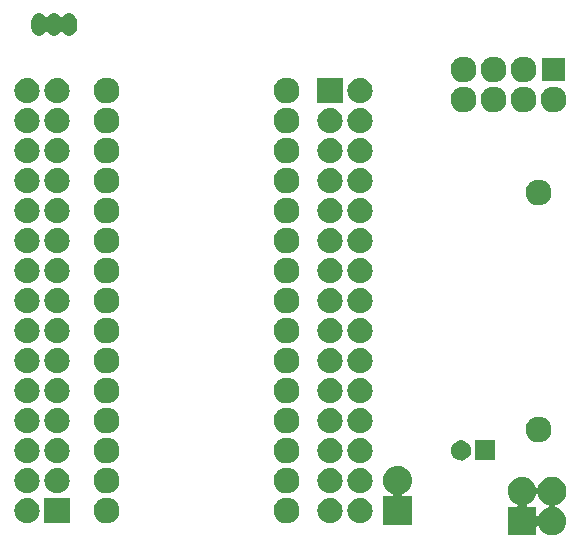
<source format=gbs>
G04 #@! TF.FileFunction,Soldermask,Bot*
%FSLAX46Y46*%
G04 Gerber Fmt 4.6, Leading zero omitted, Abs format (unit mm)*
G04 Created by KiCad (PCBNEW 4.0.2-stable) date 23-Jul-16 5:25:39 PM*
%MOMM*%
G01*
G04 APERTURE LIST*
%ADD10C,0.100000*%
G04 APERTURE END LIST*
D10*
G36*
X178816722Y-127943806D02*
X179050325Y-127991757D01*
X179270159Y-128084167D01*
X179467863Y-128217520D01*
X179635896Y-128386730D01*
X179767862Y-128585356D01*
X179858738Y-128805836D01*
X179904920Y-129039075D01*
X179904920Y-129039097D01*
X179905052Y-129039765D01*
X179901249Y-129312143D01*
X179901098Y-129312806D01*
X179901098Y-129312830D01*
X179848421Y-129544685D01*
X179751423Y-129762547D01*
X179613965Y-129957405D01*
X179441271Y-130121860D01*
X179239918Y-130249642D01*
X179009286Y-130339098D01*
X178994222Y-130344020D01*
X178970967Y-130359864D01*
X178953047Y-130381560D01*
X178941881Y-130407389D01*
X178938353Y-130435306D01*
X178942742Y-130463101D01*
X178954701Y-130488572D01*
X178973282Y-130509704D01*
X179006651Y-130528272D01*
X179173917Y-130581331D01*
X179381884Y-130695662D01*
X179563683Y-130848209D01*
X179712389Y-131033163D01*
X179822340Y-131243478D01*
X179889345Y-131471144D01*
X179889351Y-131471205D01*
X179889359Y-131471234D01*
X179910859Y-131707484D01*
X179886062Y-131943413D01*
X179886056Y-131943431D01*
X179886048Y-131943511D01*
X179815870Y-132170219D01*
X179702994Y-132378979D01*
X179551719Y-132561838D01*
X179367808Y-132711832D01*
X179158266Y-132823248D01*
X178931073Y-132891841D01*
X178694884Y-132915000D01*
X178683042Y-132915000D01*
X178670194Y-132914910D01*
X178670189Y-132914909D01*
X178666138Y-132914881D01*
X178430295Y-132888427D01*
X178204083Y-132816669D01*
X177996116Y-132702338D01*
X177814317Y-132549791D01*
X177665611Y-132364837D01*
X177555660Y-132154522D01*
X177555589Y-132154282D01*
X177553620Y-132150515D01*
X177537205Y-132127660D01*
X177515072Y-132110283D01*
X177488974Y-132099760D01*
X177460978Y-132096925D01*
X177433301Y-132102001D01*
X177408133Y-132114587D01*
X177387468Y-132133687D01*
X177372943Y-132157787D01*
X177365000Y-132196844D01*
X177365000Y-132915000D01*
X174933000Y-132915000D01*
X174933000Y-130483000D01*
X175669655Y-130483000D01*
X175697514Y-130479041D01*
X175723168Y-130467477D01*
X175744584Y-130449224D01*
X175760067Y-130425728D01*
X175768391Y-130398848D01*
X175768435Y-130396366D01*
X176533585Y-130396366D01*
X176541233Y-130423446D01*
X176556121Y-130447324D01*
X176577073Y-130466108D01*
X176602428Y-130478312D01*
X176632688Y-130483000D01*
X177365000Y-130483000D01*
X177365000Y-131203437D01*
X177368959Y-131231296D01*
X177380523Y-131256950D01*
X177398776Y-131278366D01*
X177422272Y-131293849D01*
X177449152Y-131302173D01*
X177477287Y-131302679D01*
X177504449Y-131295327D01*
X177528487Y-131280699D01*
X177547498Y-131259953D01*
X177560483Y-131233100D01*
X177562130Y-131227781D01*
X177675006Y-131019021D01*
X177826281Y-130836162D01*
X178010192Y-130686168D01*
X178219734Y-130574752D01*
X178379846Y-130526412D01*
X178403201Y-130515577D01*
X178424417Y-130497092D01*
X178439644Y-130473428D01*
X178447675Y-130446459D01*
X178447875Y-130418321D01*
X178440227Y-130391241D01*
X178425338Y-130367363D01*
X178404387Y-130348579D01*
X178370245Y-130334020D01*
X178311416Y-130321086D01*
X178092890Y-130225614D01*
X177897071Y-130089516D01*
X177731415Y-129917974D01*
X177602232Y-129717522D01*
X177513518Y-129493455D01*
X177505697Y-129470065D01*
X177489693Y-129446920D01*
X177467874Y-129429151D01*
X177441969Y-129418163D01*
X177414028Y-129414828D01*
X177386264Y-129419409D01*
X177360875Y-129431543D01*
X177339873Y-129450270D01*
X177320772Y-129485164D01*
X177275870Y-129630219D01*
X177162994Y-129838979D01*
X177011719Y-130021838D01*
X176827808Y-130171832D01*
X176618266Y-130283248D01*
X176601612Y-130288276D01*
X176578259Y-130299110D01*
X176557043Y-130317595D01*
X176541816Y-130341259D01*
X176533785Y-130368228D01*
X176533585Y-130396366D01*
X175768435Y-130396366D01*
X175768897Y-130370713D01*
X175761545Y-130343551D01*
X175746917Y-130319513D01*
X175726171Y-130300502D01*
X175701926Y-130288673D01*
X175664083Y-130276669D01*
X175456116Y-130162338D01*
X175274317Y-130009791D01*
X175125611Y-129824837D01*
X175015660Y-129614522D01*
X174948655Y-129386856D01*
X174948649Y-129386795D01*
X174948641Y-129386766D01*
X174927141Y-129150516D01*
X174951938Y-128914587D01*
X174951944Y-128914569D01*
X174951952Y-128914489D01*
X175022130Y-128687781D01*
X175135006Y-128479021D01*
X175286281Y-128296162D01*
X175470192Y-128146168D01*
X175679734Y-128034752D01*
X175906927Y-127966159D01*
X176143116Y-127943000D01*
X176154958Y-127943000D01*
X176167806Y-127943090D01*
X176167811Y-127943091D01*
X176171862Y-127943119D01*
X176407705Y-127969573D01*
X176633917Y-128041331D01*
X176841884Y-128155662D01*
X177023683Y-128308209D01*
X177172389Y-128493163D01*
X177282340Y-128703478D01*
X177321912Y-128837933D01*
X177333537Y-128863458D01*
X177351874Y-128884803D01*
X177375430Y-128900194D01*
X177402343Y-128908413D01*
X177430479Y-128908810D01*
X177457612Y-128901352D01*
X177481593Y-128886630D01*
X177500523Y-128865810D01*
X177515620Y-128830408D01*
X177524307Y-128789538D01*
X177618252Y-128570348D01*
X177752980Y-128373584D01*
X177923357Y-128206738D01*
X178122906Y-128076157D01*
X178344008Y-127986826D01*
X178578256Y-127942140D01*
X178816722Y-127943806D01*
X178816722Y-127943806D01*
G37*
G36*
X165626806Y-127054090D02*
X165626811Y-127054091D01*
X165630862Y-127054119D01*
X165866705Y-127080573D01*
X166092917Y-127152331D01*
X166300884Y-127266662D01*
X166482683Y-127419209D01*
X166631389Y-127604163D01*
X166741340Y-127814478D01*
X166808345Y-128042144D01*
X166808351Y-128042205D01*
X166808359Y-128042234D01*
X166829859Y-128278484D01*
X166805062Y-128514413D01*
X166805056Y-128514431D01*
X166805048Y-128514511D01*
X166734870Y-128741219D01*
X166621994Y-128949979D01*
X166470719Y-129132838D01*
X166286808Y-129282832D01*
X166077266Y-129394248D01*
X166060612Y-129399276D01*
X166037259Y-129410110D01*
X166016043Y-129428595D01*
X166000816Y-129452259D01*
X165992785Y-129479228D01*
X165992585Y-129507366D01*
X166000233Y-129534446D01*
X166015121Y-129558324D01*
X166036073Y-129577108D01*
X166061428Y-129589312D01*
X166091688Y-129594000D01*
X166824000Y-129594000D01*
X166824000Y-132026000D01*
X164392000Y-132026000D01*
X164392000Y-129594000D01*
X165128655Y-129594000D01*
X165156514Y-129590041D01*
X165182168Y-129578477D01*
X165203584Y-129560224D01*
X165219067Y-129536728D01*
X165227391Y-129509848D01*
X165227897Y-129481713D01*
X165220545Y-129454551D01*
X165205917Y-129430513D01*
X165185171Y-129411502D01*
X165160926Y-129399673D01*
X165123083Y-129387669D01*
X164915116Y-129273338D01*
X164733317Y-129120791D01*
X164584611Y-128935837D01*
X164474660Y-128725522D01*
X164407655Y-128497856D01*
X164407649Y-128497795D01*
X164407641Y-128497766D01*
X164386141Y-128261516D01*
X164410938Y-128025587D01*
X164410944Y-128025569D01*
X164410952Y-128025489D01*
X164481130Y-127798781D01*
X164594006Y-127590021D01*
X164745281Y-127407162D01*
X164929192Y-127257168D01*
X165138734Y-127145752D01*
X165365927Y-127077159D01*
X165602116Y-127054000D01*
X165613958Y-127054000D01*
X165626806Y-127054090D01*
X165626806Y-127054090D01*
G37*
G36*
X141084383Y-129721722D02*
X141293588Y-129764665D01*
X141490462Y-129847423D01*
X141667518Y-129966849D01*
X141818001Y-130118386D01*
X141936184Y-130296267D01*
X142017570Y-130493723D01*
X142058914Y-130702526D01*
X142058914Y-130702550D01*
X142059046Y-130703218D01*
X142055640Y-130947148D01*
X142055489Y-130947811D01*
X142055489Y-130947835D01*
X142008329Y-131155407D01*
X141921464Y-131350511D01*
X141798361Y-131525019D01*
X141643703Y-131672298D01*
X141463379Y-131786735D01*
X141264276Y-131863962D01*
X141053949Y-131901049D01*
X140840434Y-131896576D01*
X140631851Y-131850716D01*
X140436148Y-131765216D01*
X140260781Y-131643332D01*
X140112426Y-131489706D01*
X139996735Y-131310189D01*
X139918117Y-131111622D01*
X139879564Y-130901565D01*
X139882546Y-130688025D01*
X139926949Y-130479126D01*
X140011082Y-130282827D01*
X140131739Y-130106614D01*
X140284321Y-129957194D01*
X140463030Y-129840250D01*
X140661039Y-129760249D01*
X140870822Y-129720230D01*
X141084383Y-129721722D01*
X141084383Y-129721722D01*
G37*
G36*
X156324383Y-129721722D02*
X156533588Y-129764665D01*
X156730462Y-129847423D01*
X156907518Y-129966849D01*
X157058001Y-130118386D01*
X157176184Y-130296267D01*
X157257570Y-130493723D01*
X157298914Y-130702526D01*
X157298914Y-130702550D01*
X157299046Y-130703218D01*
X157295640Y-130947148D01*
X157295489Y-130947811D01*
X157295489Y-130947835D01*
X157248329Y-131155407D01*
X157161464Y-131350511D01*
X157038361Y-131525019D01*
X156883703Y-131672298D01*
X156703379Y-131786735D01*
X156504276Y-131863962D01*
X156293949Y-131901049D01*
X156080434Y-131896576D01*
X155871851Y-131850716D01*
X155676148Y-131765216D01*
X155500781Y-131643332D01*
X155352426Y-131489706D01*
X155236735Y-131310189D01*
X155158117Y-131111622D01*
X155119564Y-130901565D01*
X155122546Y-130688025D01*
X155166949Y-130479126D01*
X155251082Y-130282827D01*
X155371739Y-130106614D01*
X155524321Y-129957194D01*
X155703030Y-129840250D01*
X155901039Y-129760249D01*
X156110822Y-129720230D01*
X156324383Y-129721722D01*
X156324383Y-129721722D01*
G37*
G36*
X137842600Y-131873600D02*
X135715400Y-131873600D01*
X135715400Y-129746400D01*
X137842600Y-129746400D01*
X137842600Y-131873600D01*
X137842600Y-131873600D01*
G37*
G36*
X159908940Y-129746475D02*
X159908946Y-129746476D01*
X159912996Y-129746504D01*
X160119281Y-129769642D01*
X160317143Y-129832408D01*
X160499045Y-129932409D01*
X160658059Y-130065838D01*
X160788129Y-130227612D01*
X160884299Y-130411568D01*
X160942907Y-130610701D01*
X160942913Y-130610767D01*
X160942920Y-130610791D01*
X160961725Y-130817421D01*
X160940037Y-131023768D01*
X160940030Y-131023791D01*
X160940022Y-131023866D01*
X160878640Y-131222162D01*
X160779910Y-131404758D01*
X160647595Y-131564699D01*
X160486733Y-131695895D01*
X160303452Y-131793347D01*
X160104734Y-131853344D01*
X159898146Y-131873600D01*
X159887778Y-131873600D01*
X159877060Y-131873525D01*
X159877054Y-131873524D01*
X159873004Y-131873496D01*
X159666719Y-131850358D01*
X159468857Y-131787592D01*
X159286955Y-131687591D01*
X159127941Y-131554162D01*
X158997871Y-131392388D01*
X158901701Y-131208432D01*
X158843093Y-131009299D01*
X158843087Y-131009233D01*
X158843080Y-131009209D01*
X158824275Y-130802579D01*
X158845963Y-130596232D01*
X158845970Y-130596209D01*
X158845978Y-130596134D01*
X158907360Y-130397838D01*
X159006090Y-130215242D01*
X159138405Y-130055301D01*
X159299267Y-129924105D01*
X159482548Y-129826653D01*
X159681266Y-129766656D01*
X159887854Y-129746400D01*
X159898222Y-129746400D01*
X159908940Y-129746475D01*
X159908940Y-129746475D01*
G37*
G36*
X162448940Y-129746475D02*
X162448946Y-129746476D01*
X162452996Y-129746504D01*
X162659281Y-129769642D01*
X162857143Y-129832408D01*
X163039045Y-129932409D01*
X163198059Y-130065838D01*
X163328129Y-130227612D01*
X163424299Y-130411568D01*
X163482907Y-130610701D01*
X163482913Y-130610767D01*
X163482920Y-130610791D01*
X163501725Y-130817421D01*
X163480037Y-131023768D01*
X163480030Y-131023791D01*
X163480022Y-131023866D01*
X163418640Y-131222162D01*
X163319910Y-131404758D01*
X163187595Y-131564699D01*
X163026733Y-131695895D01*
X162843452Y-131793347D01*
X162644734Y-131853344D01*
X162438146Y-131873600D01*
X162427778Y-131873600D01*
X162417060Y-131873525D01*
X162417054Y-131873524D01*
X162413004Y-131873496D01*
X162206719Y-131850358D01*
X162008857Y-131787592D01*
X161826955Y-131687591D01*
X161667941Y-131554162D01*
X161537871Y-131392388D01*
X161441701Y-131208432D01*
X161383093Y-131009299D01*
X161383087Y-131009233D01*
X161383080Y-131009209D01*
X161364275Y-130802579D01*
X161385963Y-130596232D01*
X161385970Y-130596209D01*
X161385978Y-130596134D01*
X161447360Y-130397838D01*
X161546090Y-130215242D01*
X161678405Y-130055301D01*
X161839267Y-129924105D01*
X162022548Y-129826653D01*
X162221266Y-129766656D01*
X162427854Y-129746400D01*
X162438222Y-129746400D01*
X162448940Y-129746475D01*
X162448940Y-129746475D01*
G37*
G36*
X134254940Y-129746475D02*
X134254946Y-129746476D01*
X134258996Y-129746504D01*
X134465281Y-129769642D01*
X134663143Y-129832408D01*
X134845045Y-129932409D01*
X135004059Y-130065838D01*
X135134129Y-130227612D01*
X135230299Y-130411568D01*
X135288907Y-130610701D01*
X135288913Y-130610767D01*
X135288920Y-130610791D01*
X135307725Y-130817421D01*
X135286037Y-131023768D01*
X135286030Y-131023791D01*
X135286022Y-131023866D01*
X135224640Y-131222162D01*
X135125910Y-131404758D01*
X134993595Y-131564699D01*
X134832733Y-131695895D01*
X134649452Y-131793347D01*
X134450734Y-131853344D01*
X134244146Y-131873600D01*
X134233778Y-131873600D01*
X134223060Y-131873525D01*
X134223054Y-131873524D01*
X134219004Y-131873496D01*
X134012719Y-131850358D01*
X133814857Y-131787592D01*
X133632955Y-131687591D01*
X133473941Y-131554162D01*
X133343871Y-131392388D01*
X133247701Y-131208432D01*
X133189093Y-131009299D01*
X133189087Y-131009233D01*
X133189080Y-131009209D01*
X133170275Y-130802579D01*
X133191963Y-130596232D01*
X133191970Y-130596209D01*
X133191978Y-130596134D01*
X133253360Y-130397838D01*
X133352090Y-130215242D01*
X133484405Y-130055301D01*
X133645267Y-129924105D01*
X133828548Y-129826653D01*
X134027266Y-129766656D01*
X134233854Y-129746400D01*
X134244222Y-129746400D01*
X134254940Y-129746475D01*
X134254940Y-129746475D01*
G37*
G36*
X141084383Y-127181722D02*
X141293588Y-127224665D01*
X141490462Y-127307423D01*
X141667518Y-127426849D01*
X141818001Y-127578386D01*
X141936184Y-127756267D01*
X142017570Y-127953723D01*
X142058914Y-128162526D01*
X142058914Y-128162550D01*
X142059046Y-128163218D01*
X142055640Y-128407148D01*
X142055489Y-128407811D01*
X142055489Y-128407835D01*
X142008329Y-128615407D01*
X141921464Y-128810511D01*
X141798361Y-128985019D01*
X141643703Y-129132298D01*
X141463379Y-129246735D01*
X141264276Y-129323962D01*
X141053949Y-129361049D01*
X140840434Y-129356576D01*
X140631851Y-129310716D01*
X140436148Y-129225216D01*
X140260781Y-129103332D01*
X140112426Y-128949706D01*
X139996735Y-128770189D01*
X139918117Y-128571622D01*
X139879564Y-128361565D01*
X139882546Y-128148025D01*
X139926949Y-127939126D01*
X140011082Y-127742827D01*
X140131739Y-127566614D01*
X140284321Y-127417194D01*
X140463030Y-127300250D01*
X140661039Y-127220249D01*
X140870822Y-127180230D01*
X141084383Y-127181722D01*
X141084383Y-127181722D01*
G37*
G36*
X156324383Y-127181722D02*
X156533588Y-127224665D01*
X156730462Y-127307423D01*
X156907518Y-127426849D01*
X157058001Y-127578386D01*
X157176184Y-127756267D01*
X157257570Y-127953723D01*
X157298914Y-128162526D01*
X157298914Y-128162550D01*
X157299046Y-128163218D01*
X157295640Y-128407148D01*
X157295489Y-128407811D01*
X157295489Y-128407835D01*
X157248329Y-128615407D01*
X157161464Y-128810511D01*
X157038361Y-128985019D01*
X156883703Y-129132298D01*
X156703379Y-129246735D01*
X156504276Y-129323962D01*
X156293949Y-129361049D01*
X156080434Y-129356576D01*
X155871851Y-129310716D01*
X155676148Y-129225216D01*
X155500781Y-129103332D01*
X155352426Y-128949706D01*
X155236735Y-128770189D01*
X155158117Y-128571622D01*
X155119564Y-128361565D01*
X155122546Y-128148025D01*
X155166949Y-127939126D01*
X155251082Y-127742827D01*
X155371739Y-127566614D01*
X155524321Y-127417194D01*
X155703030Y-127300250D01*
X155901039Y-127220249D01*
X156110822Y-127180230D01*
X156324383Y-127181722D01*
X156324383Y-127181722D01*
G37*
G36*
X134254940Y-127206475D02*
X134254946Y-127206476D01*
X134258996Y-127206504D01*
X134465281Y-127229642D01*
X134663143Y-127292408D01*
X134845045Y-127392409D01*
X135004059Y-127525838D01*
X135134129Y-127687612D01*
X135230299Y-127871568D01*
X135288907Y-128070701D01*
X135288913Y-128070767D01*
X135288920Y-128070791D01*
X135307725Y-128277421D01*
X135286037Y-128483768D01*
X135286030Y-128483791D01*
X135286022Y-128483866D01*
X135224640Y-128682162D01*
X135125910Y-128864758D01*
X134993595Y-129024699D01*
X134832733Y-129155895D01*
X134649452Y-129253347D01*
X134450734Y-129313344D01*
X134244146Y-129333600D01*
X134233778Y-129333600D01*
X134223060Y-129333525D01*
X134223054Y-129333524D01*
X134219004Y-129333496D01*
X134012719Y-129310358D01*
X133814857Y-129247592D01*
X133632955Y-129147591D01*
X133473941Y-129014162D01*
X133343871Y-128852388D01*
X133247701Y-128668432D01*
X133189093Y-128469299D01*
X133189087Y-128469233D01*
X133189080Y-128469209D01*
X133170275Y-128262579D01*
X133191963Y-128056232D01*
X133191970Y-128056209D01*
X133191978Y-128056134D01*
X133253360Y-127857838D01*
X133352090Y-127675242D01*
X133484405Y-127515301D01*
X133645267Y-127384105D01*
X133828548Y-127286653D01*
X134027266Y-127226656D01*
X134233854Y-127206400D01*
X134244222Y-127206400D01*
X134254940Y-127206475D01*
X134254940Y-127206475D01*
G37*
G36*
X136794940Y-127206475D02*
X136794946Y-127206476D01*
X136798996Y-127206504D01*
X137005281Y-127229642D01*
X137203143Y-127292408D01*
X137385045Y-127392409D01*
X137544059Y-127525838D01*
X137674129Y-127687612D01*
X137770299Y-127871568D01*
X137828907Y-128070701D01*
X137828913Y-128070767D01*
X137828920Y-128070791D01*
X137847725Y-128277421D01*
X137826037Y-128483768D01*
X137826030Y-128483791D01*
X137826022Y-128483866D01*
X137764640Y-128682162D01*
X137665910Y-128864758D01*
X137533595Y-129024699D01*
X137372733Y-129155895D01*
X137189452Y-129253347D01*
X136990734Y-129313344D01*
X136784146Y-129333600D01*
X136773778Y-129333600D01*
X136763060Y-129333525D01*
X136763054Y-129333524D01*
X136759004Y-129333496D01*
X136552719Y-129310358D01*
X136354857Y-129247592D01*
X136172955Y-129147591D01*
X136013941Y-129014162D01*
X135883871Y-128852388D01*
X135787701Y-128668432D01*
X135729093Y-128469299D01*
X135729087Y-128469233D01*
X135729080Y-128469209D01*
X135710275Y-128262579D01*
X135731963Y-128056232D01*
X135731970Y-128056209D01*
X135731978Y-128056134D01*
X135793360Y-127857838D01*
X135892090Y-127675242D01*
X136024405Y-127515301D01*
X136185267Y-127384105D01*
X136368548Y-127286653D01*
X136567266Y-127226656D01*
X136773854Y-127206400D01*
X136784222Y-127206400D01*
X136794940Y-127206475D01*
X136794940Y-127206475D01*
G37*
G36*
X162448940Y-127206475D02*
X162448946Y-127206476D01*
X162452996Y-127206504D01*
X162659281Y-127229642D01*
X162857143Y-127292408D01*
X163039045Y-127392409D01*
X163198059Y-127525838D01*
X163328129Y-127687612D01*
X163424299Y-127871568D01*
X163482907Y-128070701D01*
X163482913Y-128070767D01*
X163482920Y-128070791D01*
X163501725Y-128277421D01*
X163480037Y-128483768D01*
X163480030Y-128483791D01*
X163480022Y-128483866D01*
X163418640Y-128682162D01*
X163319910Y-128864758D01*
X163187595Y-129024699D01*
X163026733Y-129155895D01*
X162843452Y-129253347D01*
X162644734Y-129313344D01*
X162438146Y-129333600D01*
X162427778Y-129333600D01*
X162417060Y-129333525D01*
X162417054Y-129333524D01*
X162413004Y-129333496D01*
X162206719Y-129310358D01*
X162008857Y-129247592D01*
X161826955Y-129147591D01*
X161667941Y-129014162D01*
X161537871Y-128852388D01*
X161441701Y-128668432D01*
X161383093Y-128469299D01*
X161383087Y-128469233D01*
X161383080Y-128469209D01*
X161364275Y-128262579D01*
X161385963Y-128056232D01*
X161385970Y-128056209D01*
X161385978Y-128056134D01*
X161447360Y-127857838D01*
X161546090Y-127675242D01*
X161678405Y-127515301D01*
X161839267Y-127384105D01*
X162022548Y-127286653D01*
X162221266Y-127226656D01*
X162427854Y-127206400D01*
X162438222Y-127206400D01*
X162448940Y-127206475D01*
X162448940Y-127206475D01*
G37*
G36*
X159908940Y-127206475D02*
X159908946Y-127206476D01*
X159912996Y-127206504D01*
X160119281Y-127229642D01*
X160317143Y-127292408D01*
X160499045Y-127392409D01*
X160658059Y-127525838D01*
X160788129Y-127687612D01*
X160884299Y-127871568D01*
X160942907Y-128070701D01*
X160942913Y-128070767D01*
X160942920Y-128070791D01*
X160961725Y-128277421D01*
X160940037Y-128483768D01*
X160940030Y-128483791D01*
X160940022Y-128483866D01*
X160878640Y-128682162D01*
X160779910Y-128864758D01*
X160647595Y-129024699D01*
X160486733Y-129155895D01*
X160303452Y-129253347D01*
X160104734Y-129313344D01*
X159898146Y-129333600D01*
X159887778Y-129333600D01*
X159877060Y-129333525D01*
X159877054Y-129333524D01*
X159873004Y-129333496D01*
X159666719Y-129310358D01*
X159468857Y-129247592D01*
X159286955Y-129147591D01*
X159127941Y-129014162D01*
X158997871Y-128852388D01*
X158901701Y-128668432D01*
X158843093Y-128469299D01*
X158843087Y-128469233D01*
X158843080Y-128469209D01*
X158824275Y-128262579D01*
X158845963Y-128056232D01*
X158845970Y-128056209D01*
X158845978Y-128056134D01*
X158907360Y-127857838D01*
X159006090Y-127675242D01*
X159138405Y-127515301D01*
X159299267Y-127384105D01*
X159482548Y-127286653D01*
X159681266Y-127226656D01*
X159887854Y-127206400D01*
X159898222Y-127206400D01*
X159908940Y-127206475D01*
X159908940Y-127206475D01*
G37*
G36*
X156324383Y-124641722D02*
X156533588Y-124684665D01*
X156730462Y-124767423D01*
X156907518Y-124886849D01*
X157058001Y-125038386D01*
X157176184Y-125216267D01*
X157257570Y-125413723D01*
X157298914Y-125622526D01*
X157298914Y-125622550D01*
X157299046Y-125623218D01*
X157295640Y-125867148D01*
X157295489Y-125867811D01*
X157295489Y-125867835D01*
X157248329Y-126075407D01*
X157161464Y-126270511D01*
X157038361Y-126445019D01*
X156883703Y-126592298D01*
X156703379Y-126706735D01*
X156504276Y-126783962D01*
X156293949Y-126821049D01*
X156080434Y-126816576D01*
X155871851Y-126770716D01*
X155676148Y-126685216D01*
X155500781Y-126563332D01*
X155352426Y-126409706D01*
X155236735Y-126230189D01*
X155158117Y-126031622D01*
X155119564Y-125821565D01*
X155122546Y-125608025D01*
X155166949Y-125399126D01*
X155251082Y-125202827D01*
X155371739Y-125026614D01*
X155524321Y-124877194D01*
X155703030Y-124760250D01*
X155901039Y-124680249D01*
X156110822Y-124640230D01*
X156324383Y-124641722D01*
X156324383Y-124641722D01*
G37*
G36*
X141084383Y-124641722D02*
X141293588Y-124684665D01*
X141490462Y-124767423D01*
X141667518Y-124886849D01*
X141818001Y-125038386D01*
X141936184Y-125216267D01*
X142017570Y-125413723D01*
X142058914Y-125622526D01*
X142058914Y-125622550D01*
X142059046Y-125623218D01*
X142055640Y-125867148D01*
X142055489Y-125867811D01*
X142055489Y-125867835D01*
X142008329Y-126075407D01*
X141921464Y-126270511D01*
X141798361Y-126445019D01*
X141643703Y-126592298D01*
X141463379Y-126706735D01*
X141264276Y-126783962D01*
X141053949Y-126821049D01*
X140840434Y-126816576D01*
X140631851Y-126770716D01*
X140436148Y-126685216D01*
X140260781Y-126563332D01*
X140112426Y-126409706D01*
X139996735Y-126230189D01*
X139918117Y-126031622D01*
X139879564Y-125821565D01*
X139882546Y-125608025D01*
X139926949Y-125399126D01*
X140011082Y-125202827D01*
X140131739Y-125026614D01*
X140284321Y-124877194D01*
X140463030Y-124760250D01*
X140661039Y-124680249D01*
X140870822Y-124640230D01*
X141084383Y-124641722D01*
X141084383Y-124641722D01*
G37*
G36*
X134254940Y-124666475D02*
X134254946Y-124666476D01*
X134258996Y-124666504D01*
X134465281Y-124689642D01*
X134663143Y-124752408D01*
X134845045Y-124852409D01*
X135004059Y-124985838D01*
X135134129Y-125147612D01*
X135230299Y-125331568D01*
X135288907Y-125530701D01*
X135288913Y-125530767D01*
X135288920Y-125530791D01*
X135307725Y-125737421D01*
X135286037Y-125943768D01*
X135286030Y-125943791D01*
X135286022Y-125943866D01*
X135224640Y-126142162D01*
X135125910Y-126324758D01*
X134993595Y-126484699D01*
X134832733Y-126615895D01*
X134649452Y-126713347D01*
X134450734Y-126773344D01*
X134244146Y-126793600D01*
X134233778Y-126793600D01*
X134223060Y-126793525D01*
X134223054Y-126793524D01*
X134219004Y-126793496D01*
X134012719Y-126770358D01*
X133814857Y-126707592D01*
X133632955Y-126607591D01*
X133473941Y-126474162D01*
X133343871Y-126312388D01*
X133247701Y-126128432D01*
X133189093Y-125929299D01*
X133189087Y-125929233D01*
X133189080Y-125929209D01*
X133170275Y-125722579D01*
X133191963Y-125516232D01*
X133191970Y-125516209D01*
X133191978Y-125516134D01*
X133253360Y-125317838D01*
X133352090Y-125135242D01*
X133484405Y-124975301D01*
X133645267Y-124844105D01*
X133828548Y-124746653D01*
X134027266Y-124686656D01*
X134233854Y-124666400D01*
X134244222Y-124666400D01*
X134254940Y-124666475D01*
X134254940Y-124666475D01*
G37*
G36*
X136794940Y-124666475D02*
X136794946Y-124666476D01*
X136798996Y-124666504D01*
X137005281Y-124689642D01*
X137203143Y-124752408D01*
X137385045Y-124852409D01*
X137544059Y-124985838D01*
X137674129Y-125147612D01*
X137770299Y-125331568D01*
X137828907Y-125530701D01*
X137828913Y-125530767D01*
X137828920Y-125530791D01*
X137847725Y-125737421D01*
X137826037Y-125943768D01*
X137826030Y-125943791D01*
X137826022Y-125943866D01*
X137764640Y-126142162D01*
X137665910Y-126324758D01*
X137533595Y-126484699D01*
X137372733Y-126615895D01*
X137189452Y-126713347D01*
X136990734Y-126773344D01*
X136784146Y-126793600D01*
X136773778Y-126793600D01*
X136763060Y-126793525D01*
X136763054Y-126793524D01*
X136759004Y-126793496D01*
X136552719Y-126770358D01*
X136354857Y-126707592D01*
X136172955Y-126607591D01*
X136013941Y-126474162D01*
X135883871Y-126312388D01*
X135787701Y-126128432D01*
X135729093Y-125929299D01*
X135729087Y-125929233D01*
X135729080Y-125929209D01*
X135710275Y-125722579D01*
X135731963Y-125516232D01*
X135731970Y-125516209D01*
X135731978Y-125516134D01*
X135793360Y-125317838D01*
X135892090Y-125135242D01*
X136024405Y-124975301D01*
X136185267Y-124844105D01*
X136368548Y-124746653D01*
X136567266Y-124686656D01*
X136773854Y-124666400D01*
X136784222Y-124666400D01*
X136794940Y-124666475D01*
X136794940Y-124666475D01*
G37*
G36*
X159908940Y-124666475D02*
X159908946Y-124666476D01*
X159912996Y-124666504D01*
X160119281Y-124689642D01*
X160317143Y-124752408D01*
X160499045Y-124852409D01*
X160658059Y-124985838D01*
X160788129Y-125147612D01*
X160884299Y-125331568D01*
X160942907Y-125530701D01*
X160942913Y-125530767D01*
X160942920Y-125530791D01*
X160961725Y-125737421D01*
X160940037Y-125943768D01*
X160940030Y-125943791D01*
X160940022Y-125943866D01*
X160878640Y-126142162D01*
X160779910Y-126324758D01*
X160647595Y-126484699D01*
X160486733Y-126615895D01*
X160303452Y-126713347D01*
X160104734Y-126773344D01*
X159898146Y-126793600D01*
X159887778Y-126793600D01*
X159877060Y-126793525D01*
X159877054Y-126793524D01*
X159873004Y-126793496D01*
X159666719Y-126770358D01*
X159468857Y-126707592D01*
X159286955Y-126607591D01*
X159127941Y-126474162D01*
X158997871Y-126312388D01*
X158901701Y-126128432D01*
X158843093Y-125929299D01*
X158843087Y-125929233D01*
X158843080Y-125929209D01*
X158824275Y-125722579D01*
X158845963Y-125516232D01*
X158845970Y-125516209D01*
X158845978Y-125516134D01*
X158907360Y-125317838D01*
X159006090Y-125135242D01*
X159138405Y-124975301D01*
X159299267Y-124844105D01*
X159482548Y-124746653D01*
X159681266Y-124686656D01*
X159887854Y-124666400D01*
X159898222Y-124666400D01*
X159908940Y-124666475D01*
X159908940Y-124666475D01*
G37*
G36*
X162448940Y-124666475D02*
X162448946Y-124666476D01*
X162452996Y-124666504D01*
X162659281Y-124689642D01*
X162857143Y-124752408D01*
X163039045Y-124852409D01*
X163198059Y-124985838D01*
X163328129Y-125147612D01*
X163424299Y-125331568D01*
X163482907Y-125530701D01*
X163482913Y-125530767D01*
X163482920Y-125530791D01*
X163501725Y-125737421D01*
X163480037Y-125943768D01*
X163480030Y-125943791D01*
X163480022Y-125943866D01*
X163418640Y-126142162D01*
X163319910Y-126324758D01*
X163187595Y-126484699D01*
X163026733Y-126615895D01*
X162843452Y-126713347D01*
X162644734Y-126773344D01*
X162438146Y-126793600D01*
X162427778Y-126793600D01*
X162417060Y-126793525D01*
X162417054Y-126793524D01*
X162413004Y-126793496D01*
X162206719Y-126770358D01*
X162008857Y-126707592D01*
X161826955Y-126607591D01*
X161667941Y-126474162D01*
X161537871Y-126312388D01*
X161441701Y-126128432D01*
X161383093Y-125929299D01*
X161383087Y-125929233D01*
X161383080Y-125929209D01*
X161364275Y-125722579D01*
X161385963Y-125516232D01*
X161385970Y-125516209D01*
X161385978Y-125516134D01*
X161447360Y-125317838D01*
X161546090Y-125135242D01*
X161678405Y-124975301D01*
X161839267Y-124844105D01*
X162022548Y-124746653D01*
X162221266Y-124686656D01*
X162427854Y-124666400D01*
X162438222Y-124666400D01*
X162448940Y-124666475D01*
X162448940Y-124666475D01*
G37*
G36*
X171063285Y-124880562D02*
X171226568Y-124914079D01*
X171380238Y-124978676D01*
X171518437Y-125071892D01*
X171635894Y-125190172D01*
X171728139Y-125329014D01*
X171791662Y-125483132D01*
X171823904Y-125645965D01*
X171823904Y-125645980D01*
X171824037Y-125646653D01*
X171821378Y-125837049D01*
X171821227Y-125837712D01*
X171821227Y-125837736D01*
X171784451Y-125999604D01*
X171716652Y-126151881D01*
X171620561Y-126288099D01*
X171499847Y-126403054D01*
X171359101Y-126492374D01*
X171203693Y-126552653D01*
X171039526Y-126581601D01*
X170872868Y-126578109D01*
X170710063Y-126542315D01*
X170557311Y-126475579D01*
X170420431Y-126380444D01*
X170304635Y-126260534D01*
X170214332Y-126120411D01*
X170152969Y-125965428D01*
X170122878Y-125801471D01*
X170125205Y-125634795D01*
X170159863Y-125471742D01*
X170225532Y-125318523D01*
X170319709Y-125180983D01*
X170438804Y-125064356D01*
X170578293Y-124973077D01*
X170732845Y-124910634D01*
X170896588Y-124879398D01*
X171063285Y-124880562D01*
X171063285Y-124880562D01*
G37*
G36*
X173824000Y-126580000D02*
X172124000Y-126580000D01*
X172124000Y-124880000D01*
X173824000Y-124880000D01*
X173824000Y-126580000D01*
X173824000Y-126580000D01*
G37*
G36*
X177660383Y-122863722D02*
X177869588Y-122906665D01*
X178066462Y-122989423D01*
X178243518Y-123108849D01*
X178394001Y-123260386D01*
X178512184Y-123438267D01*
X178593570Y-123635723D01*
X178634914Y-123844526D01*
X178634914Y-123844550D01*
X178635046Y-123845218D01*
X178631640Y-124089148D01*
X178631489Y-124089811D01*
X178631489Y-124089835D01*
X178584329Y-124297407D01*
X178497464Y-124492511D01*
X178374361Y-124667019D01*
X178219703Y-124814298D01*
X178039379Y-124928735D01*
X177840276Y-125005962D01*
X177629949Y-125043049D01*
X177416434Y-125038576D01*
X177207851Y-124992716D01*
X177012148Y-124907216D01*
X176836781Y-124785332D01*
X176688426Y-124631706D01*
X176572735Y-124452189D01*
X176494117Y-124253622D01*
X176455564Y-124043565D01*
X176458546Y-123830025D01*
X176502949Y-123621126D01*
X176587082Y-123424827D01*
X176707739Y-123248614D01*
X176860321Y-123099194D01*
X177039030Y-122982250D01*
X177237039Y-122902249D01*
X177446822Y-122862230D01*
X177660383Y-122863722D01*
X177660383Y-122863722D01*
G37*
G36*
X156324383Y-122101722D02*
X156533588Y-122144665D01*
X156730462Y-122227423D01*
X156907518Y-122346849D01*
X157058001Y-122498386D01*
X157176184Y-122676267D01*
X157257570Y-122873723D01*
X157298914Y-123082526D01*
X157298914Y-123082550D01*
X157299046Y-123083218D01*
X157295640Y-123327148D01*
X157295489Y-123327811D01*
X157295489Y-123327835D01*
X157248329Y-123535407D01*
X157161464Y-123730511D01*
X157038361Y-123905019D01*
X156883703Y-124052298D01*
X156703379Y-124166735D01*
X156504276Y-124243962D01*
X156293949Y-124281049D01*
X156080434Y-124276576D01*
X155871851Y-124230716D01*
X155676148Y-124145216D01*
X155500781Y-124023332D01*
X155352426Y-123869706D01*
X155236735Y-123690189D01*
X155158117Y-123491622D01*
X155119564Y-123281565D01*
X155122546Y-123068025D01*
X155166949Y-122859126D01*
X155251082Y-122662827D01*
X155371739Y-122486614D01*
X155524321Y-122337194D01*
X155703030Y-122220250D01*
X155901039Y-122140249D01*
X156110822Y-122100230D01*
X156324383Y-122101722D01*
X156324383Y-122101722D01*
G37*
G36*
X141084383Y-122101722D02*
X141293588Y-122144665D01*
X141490462Y-122227423D01*
X141667518Y-122346849D01*
X141818001Y-122498386D01*
X141936184Y-122676267D01*
X142017570Y-122873723D01*
X142058914Y-123082526D01*
X142058914Y-123082550D01*
X142059046Y-123083218D01*
X142055640Y-123327148D01*
X142055489Y-123327811D01*
X142055489Y-123327835D01*
X142008329Y-123535407D01*
X141921464Y-123730511D01*
X141798361Y-123905019D01*
X141643703Y-124052298D01*
X141463379Y-124166735D01*
X141264276Y-124243962D01*
X141053949Y-124281049D01*
X140840434Y-124276576D01*
X140631851Y-124230716D01*
X140436148Y-124145216D01*
X140260781Y-124023332D01*
X140112426Y-123869706D01*
X139996735Y-123690189D01*
X139918117Y-123491622D01*
X139879564Y-123281565D01*
X139882546Y-123068025D01*
X139926949Y-122859126D01*
X140011082Y-122662827D01*
X140131739Y-122486614D01*
X140284321Y-122337194D01*
X140463030Y-122220250D01*
X140661039Y-122140249D01*
X140870822Y-122100230D01*
X141084383Y-122101722D01*
X141084383Y-122101722D01*
G37*
G36*
X159908940Y-122126475D02*
X159908946Y-122126476D01*
X159912996Y-122126504D01*
X160119281Y-122149642D01*
X160317143Y-122212408D01*
X160499045Y-122312409D01*
X160658059Y-122445838D01*
X160788129Y-122607612D01*
X160884299Y-122791568D01*
X160942907Y-122990701D01*
X160942913Y-122990767D01*
X160942920Y-122990791D01*
X160961725Y-123197421D01*
X160940037Y-123403768D01*
X160940030Y-123403791D01*
X160940022Y-123403866D01*
X160878640Y-123602162D01*
X160779910Y-123784758D01*
X160647595Y-123944699D01*
X160486733Y-124075895D01*
X160303452Y-124173347D01*
X160104734Y-124233344D01*
X159898146Y-124253600D01*
X159887778Y-124253600D01*
X159877060Y-124253525D01*
X159877054Y-124253524D01*
X159873004Y-124253496D01*
X159666719Y-124230358D01*
X159468857Y-124167592D01*
X159286955Y-124067591D01*
X159127941Y-123934162D01*
X158997871Y-123772388D01*
X158901701Y-123588432D01*
X158843093Y-123389299D01*
X158843087Y-123389233D01*
X158843080Y-123389209D01*
X158824275Y-123182579D01*
X158845963Y-122976232D01*
X158845970Y-122976209D01*
X158845978Y-122976134D01*
X158907360Y-122777838D01*
X159006090Y-122595242D01*
X159138405Y-122435301D01*
X159299267Y-122304105D01*
X159482548Y-122206653D01*
X159681266Y-122146656D01*
X159887854Y-122126400D01*
X159898222Y-122126400D01*
X159908940Y-122126475D01*
X159908940Y-122126475D01*
G37*
G36*
X136794940Y-122126475D02*
X136794946Y-122126476D01*
X136798996Y-122126504D01*
X137005281Y-122149642D01*
X137203143Y-122212408D01*
X137385045Y-122312409D01*
X137544059Y-122445838D01*
X137674129Y-122607612D01*
X137770299Y-122791568D01*
X137828907Y-122990701D01*
X137828913Y-122990767D01*
X137828920Y-122990791D01*
X137847725Y-123197421D01*
X137826037Y-123403768D01*
X137826030Y-123403791D01*
X137826022Y-123403866D01*
X137764640Y-123602162D01*
X137665910Y-123784758D01*
X137533595Y-123944699D01*
X137372733Y-124075895D01*
X137189452Y-124173347D01*
X136990734Y-124233344D01*
X136784146Y-124253600D01*
X136773778Y-124253600D01*
X136763060Y-124253525D01*
X136763054Y-124253524D01*
X136759004Y-124253496D01*
X136552719Y-124230358D01*
X136354857Y-124167592D01*
X136172955Y-124067591D01*
X136013941Y-123934162D01*
X135883871Y-123772388D01*
X135787701Y-123588432D01*
X135729093Y-123389299D01*
X135729087Y-123389233D01*
X135729080Y-123389209D01*
X135710275Y-123182579D01*
X135731963Y-122976232D01*
X135731970Y-122976209D01*
X135731978Y-122976134D01*
X135793360Y-122777838D01*
X135892090Y-122595242D01*
X136024405Y-122435301D01*
X136185267Y-122304105D01*
X136368548Y-122206653D01*
X136567266Y-122146656D01*
X136773854Y-122126400D01*
X136784222Y-122126400D01*
X136794940Y-122126475D01*
X136794940Y-122126475D01*
G37*
G36*
X134254940Y-122126475D02*
X134254946Y-122126476D01*
X134258996Y-122126504D01*
X134465281Y-122149642D01*
X134663143Y-122212408D01*
X134845045Y-122312409D01*
X135004059Y-122445838D01*
X135134129Y-122607612D01*
X135230299Y-122791568D01*
X135288907Y-122990701D01*
X135288913Y-122990767D01*
X135288920Y-122990791D01*
X135307725Y-123197421D01*
X135286037Y-123403768D01*
X135286030Y-123403791D01*
X135286022Y-123403866D01*
X135224640Y-123602162D01*
X135125910Y-123784758D01*
X134993595Y-123944699D01*
X134832733Y-124075895D01*
X134649452Y-124173347D01*
X134450734Y-124233344D01*
X134244146Y-124253600D01*
X134233778Y-124253600D01*
X134223060Y-124253525D01*
X134223054Y-124253524D01*
X134219004Y-124253496D01*
X134012719Y-124230358D01*
X133814857Y-124167592D01*
X133632955Y-124067591D01*
X133473941Y-123934162D01*
X133343871Y-123772388D01*
X133247701Y-123588432D01*
X133189093Y-123389299D01*
X133189087Y-123389233D01*
X133189080Y-123389209D01*
X133170275Y-123182579D01*
X133191963Y-122976232D01*
X133191970Y-122976209D01*
X133191978Y-122976134D01*
X133253360Y-122777838D01*
X133352090Y-122595242D01*
X133484405Y-122435301D01*
X133645267Y-122304105D01*
X133828548Y-122206653D01*
X134027266Y-122146656D01*
X134233854Y-122126400D01*
X134244222Y-122126400D01*
X134254940Y-122126475D01*
X134254940Y-122126475D01*
G37*
G36*
X162448940Y-122126475D02*
X162448946Y-122126476D01*
X162452996Y-122126504D01*
X162659281Y-122149642D01*
X162857143Y-122212408D01*
X163039045Y-122312409D01*
X163198059Y-122445838D01*
X163328129Y-122607612D01*
X163424299Y-122791568D01*
X163482907Y-122990701D01*
X163482913Y-122990767D01*
X163482920Y-122990791D01*
X163501725Y-123197421D01*
X163480037Y-123403768D01*
X163480030Y-123403791D01*
X163480022Y-123403866D01*
X163418640Y-123602162D01*
X163319910Y-123784758D01*
X163187595Y-123944699D01*
X163026733Y-124075895D01*
X162843452Y-124173347D01*
X162644734Y-124233344D01*
X162438146Y-124253600D01*
X162427778Y-124253600D01*
X162417060Y-124253525D01*
X162417054Y-124253524D01*
X162413004Y-124253496D01*
X162206719Y-124230358D01*
X162008857Y-124167592D01*
X161826955Y-124067591D01*
X161667941Y-123934162D01*
X161537871Y-123772388D01*
X161441701Y-123588432D01*
X161383093Y-123389299D01*
X161383087Y-123389233D01*
X161383080Y-123389209D01*
X161364275Y-123182579D01*
X161385963Y-122976232D01*
X161385970Y-122976209D01*
X161385978Y-122976134D01*
X161447360Y-122777838D01*
X161546090Y-122595242D01*
X161678405Y-122435301D01*
X161839267Y-122304105D01*
X162022548Y-122206653D01*
X162221266Y-122146656D01*
X162427854Y-122126400D01*
X162438222Y-122126400D01*
X162448940Y-122126475D01*
X162448940Y-122126475D01*
G37*
G36*
X141084383Y-119561722D02*
X141293588Y-119604665D01*
X141490462Y-119687423D01*
X141667518Y-119806849D01*
X141818001Y-119958386D01*
X141936184Y-120136267D01*
X142017570Y-120333723D01*
X142058914Y-120542526D01*
X142058914Y-120542550D01*
X142059046Y-120543218D01*
X142055640Y-120787148D01*
X142055489Y-120787811D01*
X142055489Y-120787835D01*
X142008329Y-120995407D01*
X141921464Y-121190511D01*
X141798361Y-121365019D01*
X141643703Y-121512298D01*
X141463379Y-121626735D01*
X141264276Y-121703962D01*
X141053949Y-121741049D01*
X140840434Y-121736576D01*
X140631851Y-121690716D01*
X140436148Y-121605216D01*
X140260781Y-121483332D01*
X140112426Y-121329706D01*
X139996735Y-121150189D01*
X139918117Y-120951622D01*
X139879564Y-120741565D01*
X139882546Y-120528025D01*
X139926949Y-120319126D01*
X140011082Y-120122827D01*
X140131739Y-119946614D01*
X140284321Y-119797194D01*
X140463030Y-119680250D01*
X140661039Y-119600249D01*
X140870822Y-119560230D01*
X141084383Y-119561722D01*
X141084383Y-119561722D01*
G37*
G36*
X156324383Y-119561722D02*
X156533588Y-119604665D01*
X156730462Y-119687423D01*
X156907518Y-119806849D01*
X157058001Y-119958386D01*
X157176184Y-120136267D01*
X157257570Y-120333723D01*
X157298914Y-120542526D01*
X157298914Y-120542550D01*
X157299046Y-120543218D01*
X157295640Y-120787148D01*
X157295489Y-120787811D01*
X157295489Y-120787835D01*
X157248329Y-120995407D01*
X157161464Y-121190511D01*
X157038361Y-121365019D01*
X156883703Y-121512298D01*
X156703379Y-121626735D01*
X156504276Y-121703962D01*
X156293949Y-121741049D01*
X156080434Y-121736576D01*
X155871851Y-121690716D01*
X155676148Y-121605216D01*
X155500781Y-121483332D01*
X155352426Y-121329706D01*
X155236735Y-121150189D01*
X155158117Y-120951622D01*
X155119564Y-120741565D01*
X155122546Y-120528025D01*
X155166949Y-120319126D01*
X155251082Y-120122827D01*
X155371739Y-119946614D01*
X155524321Y-119797194D01*
X155703030Y-119680250D01*
X155901039Y-119600249D01*
X156110822Y-119560230D01*
X156324383Y-119561722D01*
X156324383Y-119561722D01*
G37*
G36*
X136794940Y-119586475D02*
X136794946Y-119586476D01*
X136798996Y-119586504D01*
X137005281Y-119609642D01*
X137203143Y-119672408D01*
X137385045Y-119772409D01*
X137544059Y-119905838D01*
X137674129Y-120067612D01*
X137770299Y-120251568D01*
X137828907Y-120450701D01*
X137828913Y-120450767D01*
X137828920Y-120450791D01*
X137847725Y-120657421D01*
X137826037Y-120863768D01*
X137826030Y-120863791D01*
X137826022Y-120863866D01*
X137764640Y-121062162D01*
X137665910Y-121244758D01*
X137533595Y-121404699D01*
X137372733Y-121535895D01*
X137189452Y-121633347D01*
X136990734Y-121693344D01*
X136784146Y-121713600D01*
X136773778Y-121713600D01*
X136763060Y-121713525D01*
X136763054Y-121713524D01*
X136759004Y-121713496D01*
X136552719Y-121690358D01*
X136354857Y-121627592D01*
X136172955Y-121527591D01*
X136013941Y-121394162D01*
X135883871Y-121232388D01*
X135787701Y-121048432D01*
X135729093Y-120849299D01*
X135729087Y-120849233D01*
X135729080Y-120849209D01*
X135710275Y-120642579D01*
X135731963Y-120436232D01*
X135731970Y-120436209D01*
X135731978Y-120436134D01*
X135793360Y-120237838D01*
X135892090Y-120055242D01*
X136024405Y-119895301D01*
X136185267Y-119764105D01*
X136368548Y-119666653D01*
X136567266Y-119606656D01*
X136773854Y-119586400D01*
X136784222Y-119586400D01*
X136794940Y-119586475D01*
X136794940Y-119586475D01*
G37*
G36*
X162448940Y-119586475D02*
X162448946Y-119586476D01*
X162452996Y-119586504D01*
X162659281Y-119609642D01*
X162857143Y-119672408D01*
X163039045Y-119772409D01*
X163198059Y-119905838D01*
X163328129Y-120067612D01*
X163424299Y-120251568D01*
X163482907Y-120450701D01*
X163482913Y-120450767D01*
X163482920Y-120450791D01*
X163501725Y-120657421D01*
X163480037Y-120863768D01*
X163480030Y-120863791D01*
X163480022Y-120863866D01*
X163418640Y-121062162D01*
X163319910Y-121244758D01*
X163187595Y-121404699D01*
X163026733Y-121535895D01*
X162843452Y-121633347D01*
X162644734Y-121693344D01*
X162438146Y-121713600D01*
X162427778Y-121713600D01*
X162417060Y-121713525D01*
X162417054Y-121713524D01*
X162413004Y-121713496D01*
X162206719Y-121690358D01*
X162008857Y-121627592D01*
X161826955Y-121527591D01*
X161667941Y-121394162D01*
X161537871Y-121232388D01*
X161441701Y-121048432D01*
X161383093Y-120849299D01*
X161383087Y-120849233D01*
X161383080Y-120849209D01*
X161364275Y-120642579D01*
X161385963Y-120436232D01*
X161385970Y-120436209D01*
X161385978Y-120436134D01*
X161447360Y-120237838D01*
X161546090Y-120055242D01*
X161678405Y-119895301D01*
X161839267Y-119764105D01*
X162022548Y-119666653D01*
X162221266Y-119606656D01*
X162427854Y-119586400D01*
X162438222Y-119586400D01*
X162448940Y-119586475D01*
X162448940Y-119586475D01*
G37*
G36*
X159908940Y-119586475D02*
X159908946Y-119586476D01*
X159912996Y-119586504D01*
X160119281Y-119609642D01*
X160317143Y-119672408D01*
X160499045Y-119772409D01*
X160658059Y-119905838D01*
X160788129Y-120067612D01*
X160884299Y-120251568D01*
X160942907Y-120450701D01*
X160942913Y-120450767D01*
X160942920Y-120450791D01*
X160961725Y-120657421D01*
X160940037Y-120863768D01*
X160940030Y-120863791D01*
X160940022Y-120863866D01*
X160878640Y-121062162D01*
X160779910Y-121244758D01*
X160647595Y-121404699D01*
X160486733Y-121535895D01*
X160303452Y-121633347D01*
X160104734Y-121693344D01*
X159898146Y-121713600D01*
X159887778Y-121713600D01*
X159877060Y-121713525D01*
X159877054Y-121713524D01*
X159873004Y-121713496D01*
X159666719Y-121690358D01*
X159468857Y-121627592D01*
X159286955Y-121527591D01*
X159127941Y-121394162D01*
X158997871Y-121232388D01*
X158901701Y-121048432D01*
X158843093Y-120849299D01*
X158843087Y-120849233D01*
X158843080Y-120849209D01*
X158824275Y-120642579D01*
X158845963Y-120436232D01*
X158845970Y-120436209D01*
X158845978Y-120436134D01*
X158907360Y-120237838D01*
X159006090Y-120055242D01*
X159138405Y-119895301D01*
X159299267Y-119764105D01*
X159482548Y-119666653D01*
X159681266Y-119606656D01*
X159887854Y-119586400D01*
X159898222Y-119586400D01*
X159908940Y-119586475D01*
X159908940Y-119586475D01*
G37*
G36*
X134254940Y-119586475D02*
X134254946Y-119586476D01*
X134258996Y-119586504D01*
X134465281Y-119609642D01*
X134663143Y-119672408D01*
X134845045Y-119772409D01*
X135004059Y-119905838D01*
X135134129Y-120067612D01*
X135230299Y-120251568D01*
X135288907Y-120450701D01*
X135288913Y-120450767D01*
X135288920Y-120450791D01*
X135307725Y-120657421D01*
X135286037Y-120863768D01*
X135286030Y-120863791D01*
X135286022Y-120863866D01*
X135224640Y-121062162D01*
X135125910Y-121244758D01*
X134993595Y-121404699D01*
X134832733Y-121535895D01*
X134649452Y-121633347D01*
X134450734Y-121693344D01*
X134244146Y-121713600D01*
X134233778Y-121713600D01*
X134223060Y-121713525D01*
X134223054Y-121713524D01*
X134219004Y-121713496D01*
X134012719Y-121690358D01*
X133814857Y-121627592D01*
X133632955Y-121527591D01*
X133473941Y-121394162D01*
X133343871Y-121232388D01*
X133247701Y-121048432D01*
X133189093Y-120849299D01*
X133189087Y-120849233D01*
X133189080Y-120849209D01*
X133170275Y-120642579D01*
X133191963Y-120436232D01*
X133191970Y-120436209D01*
X133191978Y-120436134D01*
X133253360Y-120237838D01*
X133352090Y-120055242D01*
X133484405Y-119895301D01*
X133645267Y-119764105D01*
X133828548Y-119666653D01*
X134027266Y-119606656D01*
X134233854Y-119586400D01*
X134244222Y-119586400D01*
X134254940Y-119586475D01*
X134254940Y-119586475D01*
G37*
G36*
X141084383Y-117021722D02*
X141293588Y-117064665D01*
X141490462Y-117147423D01*
X141667518Y-117266849D01*
X141818001Y-117418386D01*
X141936184Y-117596267D01*
X142017570Y-117793723D01*
X142058914Y-118002526D01*
X142058914Y-118002550D01*
X142059046Y-118003218D01*
X142055640Y-118247148D01*
X142055489Y-118247811D01*
X142055489Y-118247835D01*
X142008329Y-118455407D01*
X141921464Y-118650511D01*
X141798361Y-118825019D01*
X141643703Y-118972298D01*
X141463379Y-119086735D01*
X141264276Y-119163962D01*
X141053949Y-119201049D01*
X140840434Y-119196576D01*
X140631851Y-119150716D01*
X140436148Y-119065216D01*
X140260781Y-118943332D01*
X140112426Y-118789706D01*
X139996735Y-118610189D01*
X139918117Y-118411622D01*
X139879564Y-118201565D01*
X139882546Y-117988025D01*
X139926949Y-117779126D01*
X140011082Y-117582827D01*
X140131739Y-117406614D01*
X140284321Y-117257194D01*
X140463030Y-117140250D01*
X140661039Y-117060249D01*
X140870822Y-117020230D01*
X141084383Y-117021722D01*
X141084383Y-117021722D01*
G37*
G36*
X156324383Y-117021722D02*
X156533588Y-117064665D01*
X156730462Y-117147423D01*
X156907518Y-117266849D01*
X157058001Y-117418386D01*
X157176184Y-117596267D01*
X157257570Y-117793723D01*
X157298914Y-118002526D01*
X157298914Y-118002550D01*
X157299046Y-118003218D01*
X157295640Y-118247148D01*
X157295489Y-118247811D01*
X157295489Y-118247835D01*
X157248329Y-118455407D01*
X157161464Y-118650511D01*
X157038361Y-118825019D01*
X156883703Y-118972298D01*
X156703379Y-119086735D01*
X156504276Y-119163962D01*
X156293949Y-119201049D01*
X156080434Y-119196576D01*
X155871851Y-119150716D01*
X155676148Y-119065216D01*
X155500781Y-118943332D01*
X155352426Y-118789706D01*
X155236735Y-118610189D01*
X155158117Y-118411622D01*
X155119564Y-118201565D01*
X155122546Y-117988025D01*
X155166949Y-117779126D01*
X155251082Y-117582827D01*
X155371739Y-117406614D01*
X155524321Y-117257194D01*
X155703030Y-117140250D01*
X155901039Y-117060249D01*
X156110822Y-117020230D01*
X156324383Y-117021722D01*
X156324383Y-117021722D01*
G37*
G36*
X134254940Y-117046475D02*
X134254946Y-117046476D01*
X134258996Y-117046504D01*
X134465281Y-117069642D01*
X134663143Y-117132408D01*
X134845045Y-117232409D01*
X135004059Y-117365838D01*
X135134129Y-117527612D01*
X135230299Y-117711568D01*
X135288907Y-117910701D01*
X135288913Y-117910767D01*
X135288920Y-117910791D01*
X135307725Y-118117421D01*
X135286037Y-118323768D01*
X135286030Y-118323791D01*
X135286022Y-118323866D01*
X135224640Y-118522162D01*
X135125910Y-118704758D01*
X134993595Y-118864699D01*
X134832733Y-118995895D01*
X134649452Y-119093347D01*
X134450734Y-119153344D01*
X134244146Y-119173600D01*
X134233778Y-119173600D01*
X134223060Y-119173525D01*
X134223054Y-119173524D01*
X134219004Y-119173496D01*
X134012719Y-119150358D01*
X133814857Y-119087592D01*
X133632955Y-118987591D01*
X133473941Y-118854162D01*
X133343871Y-118692388D01*
X133247701Y-118508432D01*
X133189093Y-118309299D01*
X133189087Y-118309233D01*
X133189080Y-118309209D01*
X133170275Y-118102579D01*
X133191963Y-117896232D01*
X133191970Y-117896209D01*
X133191978Y-117896134D01*
X133253360Y-117697838D01*
X133352090Y-117515242D01*
X133484405Y-117355301D01*
X133645267Y-117224105D01*
X133828548Y-117126653D01*
X134027266Y-117066656D01*
X134233854Y-117046400D01*
X134244222Y-117046400D01*
X134254940Y-117046475D01*
X134254940Y-117046475D01*
G37*
G36*
X136794940Y-117046475D02*
X136794946Y-117046476D01*
X136798996Y-117046504D01*
X137005281Y-117069642D01*
X137203143Y-117132408D01*
X137385045Y-117232409D01*
X137544059Y-117365838D01*
X137674129Y-117527612D01*
X137770299Y-117711568D01*
X137828907Y-117910701D01*
X137828913Y-117910767D01*
X137828920Y-117910791D01*
X137847725Y-118117421D01*
X137826037Y-118323768D01*
X137826030Y-118323791D01*
X137826022Y-118323866D01*
X137764640Y-118522162D01*
X137665910Y-118704758D01*
X137533595Y-118864699D01*
X137372733Y-118995895D01*
X137189452Y-119093347D01*
X136990734Y-119153344D01*
X136784146Y-119173600D01*
X136773778Y-119173600D01*
X136763060Y-119173525D01*
X136763054Y-119173524D01*
X136759004Y-119173496D01*
X136552719Y-119150358D01*
X136354857Y-119087592D01*
X136172955Y-118987591D01*
X136013941Y-118854162D01*
X135883871Y-118692388D01*
X135787701Y-118508432D01*
X135729093Y-118309299D01*
X135729087Y-118309233D01*
X135729080Y-118309209D01*
X135710275Y-118102579D01*
X135731963Y-117896232D01*
X135731970Y-117896209D01*
X135731978Y-117896134D01*
X135793360Y-117697838D01*
X135892090Y-117515242D01*
X136024405Y-117355301D01*
X136185267Y-117224105D01*
X136368548Y-117126653D01*
X136567266Y-117066656D01*
X136773854Y-117046400D01*
X136784222Y-117046400D01*
X136794940Y-117046475D01*
X136794940Y-117046475D01*
G37*
G36*
X159908940Y-117046475D02*
X159908946Y-117046476D01*
X159912996Y-117046504D01*
X160119281Y-117069642D01*
X160317143Y-117132408D01*
X160499045Y-117232409D01*
X160658059Y-117365838D01*
X160788129Y-117527612D01*
X160884299Y-117711568D01*
X160942907Y-117910701D01*
X160942913Y-117910767D01*
X160942920Y-117910791D01*
X160961725Y-118117421D01*
X160940037Y-118323768D01*
X160940030Y-118323791D01*
X160940022Y-118323866D01*
X160878640Y-118522162D01*
X160779910Y-118704758D01*
X160647595Y-118864699D01*
X160486733Y-118995895D01*
X160303452Y-119093347D01*
X160104734Y-119153344D01*
X159898146Y-119173600D01*
X159887778Y-119173600D01*
X159877060Y-119173525D01*
X159877054Y-119173524D01*
X159873004Y-119173496D01*
X159666719Y-119150358D01*
X159468857Y-119087592D01*
X159286955Y-118987591D01*
X159127941Y-118854162D01*
X158997871Y-118692388D01*
X158901701Y-118508432D01*
X158843093Y-118309299D01*
X158843087Y-118309233D01*
X158843080Y-118309209D01*
X158824275Y-118102579D01*
X158845963Y-117896232D01*
X158845970Y-117896209D01*
X158845978Y-117896134D01*
X158907360Y-117697838D01*
X159006090Y-117515242D01*
X159138405Y-117355301D01*
X159299267Y-117224105D01*
X159482548Y-117126653D01*
X159681266Y-117066656D01*
X159887854Y-117046400D01*
X159898222Y-117046400D01*
X159908940Y-117046475D01*
X159908940Y-117046475D01*
G37*
G36*
X162448940Y-117046475D02*
X162448946Y-117046476D01*
X162452996Y-117046504D01*
X162659281Y-117069642D01*
X162857143Y-117132408D01*
X163039045Y-117232409D01*
X163198059Y-117365838D01*
X163328129Y-117527612D01*
X163424299Y-117711568D01*
X163482907Y-117910701D01*
X163482913Y-117910767D01*
X163482920Y-117910791D01*
X163501725Y-118117421D01*
X163480037Y-118323768D01*
X163480030Y-118323791D01*
X163480022Y-118323866D01*
X163418640Y-118522162D01*
X163319910Y-118704758D01*
X163187595Y-118864699D01*
X163026733Y-118995895D01*
X162843452Y-119093347D01*
X162644734Y-119153344D01*
X162438146Y-119173600D01*
X162427778Y-119173600D01*
X162417060Y-119173525D01*
X162417054Y-119173524D01*
X162413004Y-119173496D01*
X162206719Y-119150358D01*
X162008857Y-119087592D01*
X161826955Y-118987591D01*
X161667941Y-118854162D01*
X161537871Y-118692388D01*
X161441701Y-118508432D01*
X161383093Y-118309299D01*
X161383087Y-118309233D01*
X161383080Y-118309209D01*
X161364275Y-118102579D01*
X161385963Y-117896232D01*
X161385970Y-117896209D01*
X161385978Y-117896134D01*
X161447360Y-117697838D01*
X161546090Y-117515242D01*
X161678405Y-117355301D01*
X161839267Y-117224105D01*
X162022548Y-117126653D01*
X162221266Y-117066656D01*
X162427854Y-117046400D01*
X162438222Y-117046400D01*
X162448940Y-117046475D01*
X162448940Y-117046475D01*
G37*
G36*
X141084383Y-114481722D02*
X141293588Y-114524665D01*
X141490462Y-114607423D01*
X141667518Y-114726849D01*
X141818001Y-114878386D01*
X141936184Y-115056267D01*
X142017570Y-115253723D01*
X142058914Y-115462526D01*
X142058914Y-115462550D01*
X142059046Y-115463218D01*
X142055640Y-115707148D01*
X142055489Y-115707811D01*
X142055489Y-115707835D01*
X142008329Y-115915407D01*
X141921464Y-116110511D01*
X141798361Y-116285019D01*
X141643703Y-116432298D01*
X141463379Y-116546735D01*
X141264276Y-116623962D01*
X141053949Y-116661049D01*
X140840434Y-116656576D01*
X140631851Y-116610716D01*
X140436148Y-116525216D01*
X140260781Y-116403332D01*
X140112426Y-116249706D01*
X139996735Y-116070189D01*
X139918117Y-115871622D01*
X139879564Y-115661565D01*
X139882546Y-115448025D01*
X139926949Y-115239126D01*
X140011082Y-115042827D01*
X140131739Y-114866614D01*
X140284321Y-114717194D01*
X140463030Y-114600250D01*
X140661039Y-114520249D01*
X140870822Y-114480230D01*
X141084383Y-114481722D01*
X141084383Y-114481722D01*
G37*
G36*
X156324383Y-114481722D02*
X156533588Y-114524665D01*
X156730462Y-114607423D01*
X156907518Y-114726849D01*
X157058001Y-114878386D01*
X157176184Y-115056267D01*
X157257570Y-115253723D01*
X157298914Y-115462526D01*
X157298914Y-115462550D01*
X157299046Y-115463218D01*
X157295640Y-115707148D01*
X157295489Y-115707811D01*
X157295489Y-115707835D01*
X157248329Y-115915407D01*
X157161464Y-116110511D01*
X157038361Y-116285019D01*
X156883703Y-116432298D01*
X156703379Y-116546735D01*
X156504276Y-116623962D01*
X156293949Y-116661049D01*
X156080434Y-116656576D01*
X155871851Y-116610716D01*
X155676148Y-116525216D01*
X155500781Y-116403332D01*
X155352426Y-116249706D01*
X155236735Y-116070189D01*
X155158117Y-115871622D01*
X155119564Y-115661565D01*
X155122546Y-115448025D01*
X155166949Y-115239126D01*
X155251082Y-115042827D01*
X155371739Y-114866614D01*
X155524321Y-114717194D01*
X155703030Y-114600250D01*
X155901039Y-114520249D01*
X156110822Y-114480230D01*
X156324383Y-114481722D01*
X156324383Y-114481722D01*
G37*
G36*
X162448940Y-114506475D02*
X162448946Y-114506476D01*
X162452996Y-114506504D01*
X162659281Y-114529642D01*
X162857143Y-114592408D01*
X163039045Y-114692409D01*
X163198059Y-114825838D01*
X163328129Y-114987612D01*
X163424299Y-115171568D01*
X163482907Y-115370701D01*
X163482913Y-115370767D01*
X163482920Y-115370791D01*
X163501725Y-115577421D01*
X163480037Y-115783768D01*
X163480030Y-115783791D01*
X163480022Y-115783866D01*
X163418640Y-115982162D01*
X163319910Y-116164758D01*
X163187595Y-116324699D01*
X163026733Y-116455895D01*
X162843452Y-116553347D01*
X162644734Y-116613344D01*
X162438146Y-116633600D01*
X162427778Y-116633600D01*
X162417060Y-116633525D01*
X162417054Y-116633524D01*
X162413004Y-116633496D01*
X162206719Y-116610358D01*
X162008857Y-116547592D01*
X161826955Y-116447591D01*
X161667941Y-116314162D01*
X161537871Y-116152388D01*
X161441701Y-115968432D01*
X161383093Y-115769299D01*
X161383087Y-115769233D01*
X161383080Y-115769209D01*
X161364275Y-115562579D01*
X161385963Y-115356232D01*
X161385970Y-115356209D01*
X161385978Y-115356134D01*
X161447360Y-115157838D01*
X161546090Y-114975242D01*
X161678405Y-114815301D01*
X161839267Y-114684105D01*
X162022548Y-114586653D01*
X162221266Y-114526656D01*
X162427854Y-114506400D01*
X162438222Y-114506400D01*
X162448940Y-114506475D01*
X162448940Y-114506475D01*
G37*
G36*
X134254940Y-114506475D02*
X134254946Y-114506476D01*
X134258996Y-114506504D01*
X134465281Y-114529642D01*
X134663143Y-114592408D01*
X134845045Y-114692409D01*
X135004059Y-114825838D01*
X135134129Y-114987612D01*
X135230299Y-115171568D01*
X135288907Y-115370701D01*
X135288913Y-115370767D01*
X135288920Y-115370791D01*
X135307725Y-115577421D01*
X135286037Y-115783768D01*
X135286030Y-115783791D01*
X135286022Y-115783866D01*
X135224640Y-115982162D01*
X135125910Y-116164758D01*
X134993595Y-116324699D01*
X134832733Y-116455895D01*
X134649452Y-116553347D01*
X134450734Y-116613344D01*
X134244146Y-116633600D01*
X134233778Y-116633600D01*
X134223060Y-116633525D01*
X134223054Y-116633524D01*
X134219004Y-116633496D01*
X134012719Y-116610358D01*
X133814857Y-116547592D01*
X133632955Y-116447591D01*
X133473941Y-116314162D01*
X133343871Y-116152388D01*
X133247701Y-115968432D01*
X133189093Y-115769299D01*
X133189087Y-115769233D01*
X133189080Y-115769209D01*
X133170275Y-115562579D01*
X133191963Y-115356232D01*
X133191970Y-115356209D01*
X133191978Y-115356134D01*
X133253360Y-115157838D01*
X133352090Y-114975242D01*
X133484405Y-114815301D01*
X133645267Y-114684105D01*
X133828548Y-114586653D01*
X134027266Y-114526656D01*
X134233854Y-114506400D01*
X134244222Y-114506400D01*
X134254940Y-114506475D01*
X134254940Y-114506475D01*
G37*
G36*
X136794940Y-114506475D02*
X136794946Y-114506476D01*
X136798996Y-114506504D01*
X137005281Y-114529642D01*
X137203143Y-114592408D01*
X137385045Y-114692409D01*
X137544059Y-114825838D01*
X137674129Y-114987612D01*
X137770299Y-115171568D01*
X137828907Y-115370701D01*
X137828913Y-115370767D01*
X137828920Y-115370791D01*
X137847725Y-115577421D01*
X137826037Y-115783768D01*
X137826030Y-115783791D01*
X137826022Y-115783866D01*
X137764640Y-115982162D01*
X137665910Y-116164758D01*
X137533595Y-116324699D01*
X137372733Y-116455895D01*
X137189452Y-116553347D01*
X136990734Y-116613344D01*
X136784146Y-116633600D01*
X136773778Y-116633600D01*
X136763060Y-116633525D01*
X136763054Y-116633524D01*
X136759004Y-116633496D01*
X136552719Y-116610358D01*
X136354857Y-116547592D01*
X136172955Y-116447591D01*
X136013941Y-116314162D01*
X135883871Y-116152388D01*
X135787701Y-115968432D01*
X135729093Y-115769299D01*
X135729087Y-115769233D01*
X135729080Y-115769209D01*
X135710275Y-115562579D01*
X135731963Y-115356232D01*
X135731970Y-115356209D01*
X135731978Y-115356134D01*
X135793360Y-115157838D01*
X135892090Y-114975242D01*
X136024405Y-114815301D01*
X136185267Y-114684105D01*
X136368548Y-114586653D01*
X136567266Y-114526656D01*
X136773854Y-114506400D01*
X136784222Y-114506400D01*
X136794940Y-114506475D01*
X136794940Y-114506475D01*
G37*
G36*
X159908940Y-114506475D02*
X159908946Y-114506476D01*
X159912996Y-114506504D01*
X160119281Y-114529642D01*
X160317143Y-114592408D01*
X160499045Y-114692409D01*
X160658059Y-114825838D01*
X160788129Y-114987612D01*
X160884299Y-115171568D01*
X160942907Y-115370701D01*
X160942913Y-115370767D01*
X160942920Y-115370791D01*
X160961725Y-115577421D01*
X160940037Y-115783768D01*
X160940030Y-115783791D01*
X160940022Y-115783866D01*
X160878640Y-115982162D01*
X160779910Y-116164758D01*
X160647595Y-116324699D01*
X160486733Y-116455895D01*
X160303452Y-116553347D01*
X160104734Y-116613344D01*
X159898146Y-116633600D01*
X159887778Y-116633600D01*
X159877060Y-116633525D01*
X159877054Y-116633524D01*
X159873004Y-116633496D01*
X159666719Y-116610358D01*
X159468857Y-116547592D01*
X159286955Y-116447591D01*
X159127941Y-116314162D01*
X158997871Y-116152388D01*
X158901701Y-115968432D01*
X158843093Y-115769299D01*
X158843087Y-115769233D01*
X158843080Y-115769209D01*
X158824275Y-115562579D01*
X158845963Y-115356232D01*
X158845970Y-115356209D01*
X158845978Y-115356134D01*
X158907360Y-115157838D01*
X159006090Y-114975242D01*
X159138405Y-114815301D01*
X159299267Y-114684105D01*
X159482548Y-114586653D01*
X159681266Y-114526656D01*
X159887854Y-114506400D01*
X159898222Y-114506400D01*
X159908940Y-114506475D01*
X159908940Y-114506475D01*
G37*
G36*
X156324383Y-111941722D02*
X156533588Y-111984665D01*
X156730462Y-112067423D01*
X156907518Y-112186849D01*
X157058001Y-112338386D01*
X157176184Y-112516267D01*
X157257570Y-112713723D01*
X157298914Y-112922526D01*
X157298914Y-112922550D01*
X157299046Y-112923218D01*
X157295640Y-113167148D01*
X157295489Y-113167811D01*
X157295489Y-113167835D01*
X157248329Y-113375407D01*
X157161464Y-113570511D01*
X157038361Y-113745019D01*
X156883703Y-113892298D01*
X156703379Y-114006735D01*
X156504276Y-114083962D01*
X156293949Y-114121049D01*
X156080434Y-114116576D01*
X155871851Y-114070716D01*
X155676148Y-113985216D01*
X155500781Y-113863332D01*
X155352426Y-113709706D01*
X155236735Y-113530189D01*
X155158117Y-113331622D01*
X155119564Y-113121565D01*
X155122546Y-112908025D01*
X155166949Y-112699126D01*
X155251082Y-112502827D01*
X155371739Y-112326614D01*
X155524321Y-112177194D01*
X155703030Y-112060250D01*
X155901039Y-111980249D01*
X156110822Y-111940230D01*
X156324383Y-111941722D01*
X156324383Y-111941722D01*
G37*
G36*
X141084383Y-111941722D02*
X141293588Y-111984665D01*
X141490462Y-112067423D01*
X141667518Y-112186849D01*
X141818001Y-112338386D01*
X141936184Y-112516267D01*
X142017570Y-112713723D01*
X142058914Y-112922526D01*
X142058914Y-112922550D01*
X142059046Y-112923218D01*
X142055640Y-113167148D01*
X142055489Y-113167811D01*
X142055489Y-113167835D01*
X142008329Y-113375407D01*
X141921464Y-113570511D01*
X141798361Y-113745019D01*
X141643703Y-113892298D01*
X141463379Y-114006735D01*
X141264276Y-114083962D01*
X141053949Y-114121049D01*
X140840434Y-114116576D01*
X140631851Y-114070716D01*
X140436148Y-113985216D01*
X140260781Y-113863332D01*
X140112426Y-113709706D01*
X139996735Y-113530189D01*
X139918117Y-113331622D01*
X139879564Y-113121565D01*
X139882546Y-112908025D01*
X139926949Y-112699126D01*
X140011082Y-112502827D01*
X140131739Y-112326614D01*
X140284321Y-112177194D01*
X140463030Y-112060250D01*
X140661039Y-111980249D01*
X140870822Y-111940230D01*
X141084383Y-111941722D01*
X141084383Y-111941722D01*
G37*
G36*
X159908940Y-111966475D02*
X159908946Y-111966476D01*
X159912996Y-111966504D01*
X160119281Y-111989642D01*
X160317143Y-112052408D01*
X160499045Y-112152409D01*
X160658059Y-112285838D01*
X160788129Y-112447612D01*
X160884299Y-112631568D01*
X160942907Y-112830701D01*
X160942913Y-112830767D01*
X160942920Y-112830791D01*
X160961725Y-113037421D01*
X160940037Y-113243768D01*
X160940030Y-113243791D01*
X160940022Y-113243866D01*
X160878640Y-113442162D01*
X160779910Y-113624758D01*
X160647595Y-113784699D01*
X160486733Y-113915895D01*
X160303452Y-114013347D01*
X160104734Y-114073344D01*
X159898146Y-114093600D01*
X159887778Y-114093600D01*
X159877060Y-114093525D01*
X159877054Y-114093524D01*
X159873004Y-114093496D01*
X159666719Y-114070358D01*
X159468857Y-114007592D01*
X159286955Y-113907591D01*
X159127941Y-113774162D01*
X158997871Y-113612388D01*
X158901701Y-113428432D01*
X158843093Y-113229299D01*
X158843087Y-113229233D01*
X158843080Y-113229209D01*
X158824275Y-113022579D01*
X158845963Y-112816232D01*
X158845970Y-112816209D01*
X158845978Y-112816134D01*
X158907360Y-112617838D01*
X159006090Y-112435242D01*
X159138405Y-112275301D01*
X159299267Y-112144105D01*
X159482548Y-112046653D01*
X159681266Y-111986656D01*
X159887854Y-111966400D01*
X159898222Y-111966400D01*
X159908940Y-111966475D01*
X159908940Y-111966475D01*
G37*
G36*
X136794940Y-111966475D02*
X136794946Y-111966476D01*
X136798996Y-111966504D01*
X137005281Y-111989642D01*
X137203143Y-112052408D01*
X137385045Y-112152409D01*
X137544059Y-112285838D01*
X137674129Y-112447612D01*
X137770299Y-112631568D01*
X137828907Y-112830701D01*
X137828913Y-112830767D01*
X137828920Y-112830791D01*
X137847725Y-113037421D01*
X137826037Y-113243768D01*
X137826030Y-113243791D01*
X137826022Y-113243866D01*
X137764640Y-113442162D01*
X137665910Y-113624758D01*
X137533595Y-113784699D01*
X137372733Y-113915895D01*
X137189452Y-114013347D01*
X136990734Y-114073344D01*
X136784146Y-114093600D01*
X136773778Y-114093600D01*
X136763060Y-114093525D01*
X136763054Y-114093524D01*
X136759004Y-114093496D01*
X136552719Y-114070358D01*
X136354857Y-114007592D01*
X136172955Y-113907591D01*
X136013941Y-113774162D01*
X135883871Y-113612388D01*
X135787701Y-113428432D01*
X135729093Y-113229299D01*
X135729087Y-113229233D01*
X135729080Y-113229209D01*
X135710275Y-113022579D01*
X135731963Y-112816232D01*
X135731970Y-112816209D01*
X135731978Y-112816134D01*
X135793360Y-112617838D01*
X135892090Y-112435242D01*
X136024405Y-112275301D01*
X136185267Y-112144105D01*
X136368548Y-112046653D01*
X136567266Y-111986656D01*
X136773854Y-111966400D01*
X136784222Y-111966400D01*
X136794940Y-111966475D01*
X136794940Y-111966475D01*
G37*
G36*
X134254940Y-111966475D02*
X134254946Y-111966476D01*
X134258996Y-111966504D01*
X134465281Y-111989642D01*
X134663143Y-112052408D01*
X134845045Y-112152409D01*
X135004059Y-112285838D01*
X135134129Y-112447612D01*
X135230299Y-112631568D01*
X135288907Y-112830701D01*
X135288913Y-112830767D01*
X135288920Y-112830791D01*
X135307725Y-113037421D01*
X135286037Y-113243768D01*
X135286030Y-113243791D01*
X135286022Y-113243866D01*
X135224640Y-113442162D01*
X135125910Y-113624758D01*
X134993595Y-113784699D01*
X134832733Y-113915895D01*
X134649452Y-114013347D01*
X134450734Y-114073344D01*
X134244146Y-114093600D01*
X134233778Y-114093600D01*
X134223060Y-114093525D01*
X134223054Y-114093524D01*
X134219004Y-114093496D01*
X134012719Y-114070358D01*
X133814857Y-114007592D01*
X133632955Y-113907591D01*
X133473941Y-113774162D01*
X133343871Y-113612388D01*
X133247701Y-113428432D01*
X133189093Y-113229299D01*
X133189087Y-113229233D01*
X133189080Y-113229209D01*
X133170275Y-113022579D01*
X133191963Y-112816232D01*
X133191970Y-112816209D01*
X133191978Y-112816134D01*
X133253360Y-112617838D01*
X133352090Y-112435242D01*
X133484405Y-112275301D01*
X133645267Y-112144105D01*
X133828548Y-112046653D01*
X134027266Y-111986656D01*
X134233854Y-111966400D01*
X134244222Y-111966400D01*
X134254940Y-111966475D01*
X134254940Y-111966475D01*
G37*
G36*
X162448940Y-111966475D02*
X162448946Y-111966476D01*
X162452996Y-111966504D01*
X162659281Y-111989642D01*
X162857143Y-112052408D01*
X163039045Y-112152409D01*
X163198059Y-112285838D01*
X163328129Y-112447612D01*
X163424299Y-112631568D01*
X163482907Y-112830701D01*
X163482913Y-112830767D01*
X163482920Y-112830791D01*
X163501725Y-113037421D01*
X163480037Y-113243768D01*
X163480030Y-113243791D01*
X163480022Y-113243866D01*
X163418640Y-113442162D01*
X163319910Y-113624758D01*
X163187595Y-113784699D01*
X163026733Y-113915895D01*
X162843452Y-114013347D01*
X162644734Y-114073344D01*
X162438146Y-114093600D01*
X162427778Y-114093600D01*
X162417060Y-114093525D01*
X162417054Y-114093524D01*
X162413004Y-114093496D01*
X162206719Y-114070358D01*
X162008857Y-114007592D01*
X161826955Y-113907591D01*
X161667941Y-113774162D01*
X161537871Y-113612388D01*
X161441701Y-113428432D01*
X161383093Y-113229299D01*
X161383087Y-113229233D01*
X161383080Y-113229209D01*
X161364275Y-113022579D01*
X161385963Y-112816232D01*
X161385970Y-112816209D01*
X161385978Y-112816134D01*
X161447360Y-112617838D01*
X161546090Y-112435242D01*
X161678405Y-112275301D01*
X161839267Y-112144105D01*
X162022548Y-112046653D01*
X162221266Y-111986656D01*
X162427854Y-111966400D01*
X162438222Y-111966400D01*
X162448940Y-111966475D01*
X162448940Y-111966475D01*
G37*
G36*
X156324383Y-109401722D02*
X156533588Y-109444665D01*
X156730462Y-109527423D01*
X156907518Y-109646849D01*
X157058001Y-109798386D01*
X157176184Y-109976267D01*
X157257570Y-110173723D01*
X157298914Y-110382526D01*
X157298914Y-110382550D01*
X157299046Y-110383218D01*
X157295640Y-110627148D01*
X157295489Y-110627811D01*
X157295489Y-110627835D01*
X157248329Y-110835407D01*
X157161464Y-111030511D01*
X157038361Y-111205019D01*
X156883703Y-111352298D01*
X156703379Y-111466735D01*
X156504276Y-111543962D01*
X156293949Y-111581049D01*
X156080434Y-111576576D01*
X155871851Y-111530716D01*
X155676148Y-111445216D01*
X155500781Y-111323332D01*
X155352426Y-111169706D01*
X155236735Y-110990189D01*
X155158117Y-110791622D01*
X155119564Y-110581565D01*
X155122546Y-110368025D01*
X155166949Y-110159126D01*
X155251082Y-109962827D01*
X155371739Y-109786614D01*
X155524321Y-109637194D01*
X155703030Y-109520250D01*
X155901039Y-109440249D01*
X156110822Y-109400230D01*
X156324383Y-109401722D01*
X156324383Y-109401722D01*
G37*
G36*
X141084383Y-109401722D02*
X141293588Y-109444665D01*
X141490462Y-109527423D01*
X141667518Y-109646849D01*
X141818001Y-109798386D01*
X141936184Y-109976267D01*
X142017570Y-110173723D01*
X142058914Y-110382526D01*
X142058914Y-110382550D01*
X142059046Y-110383218D01*
X142055640Y-110627148D01*
X142055489Y-110627811D01*
X142055489Y-110627835D01*
X142008329Y-110835407D01*
X141921464Y-111030511D01*
X141798361Y-111205019D01*
X141643703Y-111352298D01*
X141463379Y-111466735D01*
X141264276Y-111543962D01*
X141053949Y-111581049D01*
X140840434Y-111576576D01*
X140631851Y-111530716D01*
X140436148Y-111445216D01*
X140260781Y-111323332D01*
X140112426Y-111169706D01*
X139996735Y-110990189D01*
X139918117Y-110791622D01*
X139879564Y-110581565D01*
X139882546Y-110368025D01*
X139926949Y-110159126D01*
X140011082Y-109962827D01*
X140131739Y-109786614D01*
X140284321Y-109637194D01*
X140463030Y-109520250D01*
X140661039Y-109440249D01*
X140870822Y-109400230D01*
X141084383Y-109401722D01*
X141084383Y-109401722D01*
G37*
G36*
X136794940Y-109426475D02*
X136794946Y-109426476D01*
X136798996Y-109426504D01*
X137005281Y-109449642D01*
X137203143Y-109512408D01*
X137385045Y-109612409D01*
X137544059Y-109745838D01*
X137674129Y-109907612D01*
X137770299Y-110091568D01*
X137828907Y-110290701D01*
X137828913Y-110290767D01*
X137828920Y-110290791D01*
X137847725Y-110497421D01*
X137826037Y-110703768D01*
X137826030Y-110703791D01*
X137826022Y-110703866D01*
X137764640Y-110902162D01*
X137665910Y-111084758D01*
X137533595Y-111244699D01*
X137372733Y-111375895D01*
X137189452Y-111473347D01*
X136990734Y-111533344D01*
X136784146Y-111553600D01*
X136773778Y-111553600D01*
X136763060Y-111553525D01*
X136763054Y-111553524D01*
X136759004Y-111553496D01*
X136552719Y-111530358D01*
X136354857Y-111467592D01*
X136172955Y-111367591D01*
X136013941Y-111234162D01*
X135883871Y-111072388D01*
X135787701Y-110888432D01*
X135729093Y-110689299D01*
X135729087Y-110689233D01*
X135729080Y-110689209D01*
X135710275Y-110482579D01*
X135731963Y-110276232D01*
X135731970Y-110276209D01*
X135731978Y-110276134D01*
X135793360Y-110077838D01*
X135892090Y-109895242D01*
X136024405Y-109735301D01*
X136185267Y-109604105D01*
X136368548Y-109506653D01*
X136567266Y-109446656D01*
X136773854Y-109426400D01*
X136784222Y-109426400D01*
X136794940Y-109426475D01*
X136794940Y-109426475D01*
G37*
G36*
X159908940Y-109426475D02*
X159908946Y-109426476D01*
X159912996Y-109426504D01*
X160119281Y-109449642D01*
X160317143Y-109512408D01*
X160499045Y-109612409D01*
X160658059Y-109745838D01*
X160788129Y-109907612D01*
X160884299Y-110091568D01*
X160942907Y-110290701D01*
X160942913Y-110290767D01*
X160942920Y-110290791D01*
X160961725Y-110497421D01*
X160940037Y-110703768D01*
X160940030Y-110703791D01*
X160940022Y-110703866D01*
X160878640Y-110902162D01*
X160779910Y-111084758D01*
X160647595Y-111244699D01*
X160486733Y-111375895D01*
X160303452Y-111473347D01*
X160104734Y-111533344D01*
X159898146Y-111553600D01*
X159887778Y-111553600D01*
X159877060Y-111553525D01*
X159877054Y-111553524D01*
X159873004Y-111553496D01*
X159666719Y-111530358D01*
X159468857Y-111467592D01*
X159286955Y-111367591D01*
X159127941Y-111234162D01*
X158997871Y-111072388D01*
X158901701Y-110888432D01*
X158843093Y-110689299D01*
X158843087Y-110689233D01*
X158843080Y-110689209D01*
X158824275Y-110482579D01*
X158845963Y-110276232D01*
X158845970Y-110276209D01*
X158845978Y-110276134D01*
X158907360Y-110077838D01*
X159006090Y-109895242D01*
X159138405Y-109735301D01*
X159299267Y-109604105D01*
X159482548Y-109506653D01*
X159681266Y-109446656D01*
X159887854Y-109426400D01*
X159898222Y-109426400D01*
X159908940Y-109426475D01*
X159908940Y-109426475D01*
G37*
G36*
X134254940Y-109426475D02*
X134254946Y-109426476D01*
X134258996Y-109426504D01*
X134465281Y-109449642D01*
X134663143Y-109512408D01*
X134845045Y-109612409D01*
X135004059Y-109745838D01*
X135134129Y-109907612D01*
X135230299Y-110091568D01*
X135288907Y-110290701D01*
X135288913Y-110290767D01*
X135288920Y-110290791D01*
X135307725Y-110497421D01*
X135286037Y-110703768D01*
X135286030Y-110703791D01*
X135286022Y-110703866D01*
X135224640Y-110902162D01*
X135125910Y-111084758D01*
X134993595Y-111244699D01*
X134832733Y-111375895D01*
X134649452Y-111473347D01*
X134450734Y-111533344D01*
X134244146Y-111553600D01*
X134233778Y-111553600D01*
X134223060Y-111553525D01*
X134223054Y-111553524D01*
X134219004Y-111553496D01*
X134012719Y-111530358D01*
X133814857Y-111467592D01*
X133632955Y-111367591D01*
X133473941Y-111234162D01*
X133343871Y-111072388D01*
X133247701Y-110888432D01*
X133189093Y-110689299D01*
X133189087Y-110689233D01*
X133189080Y-110689209D01*
X133170275Y-110482579D01*
X133191963Y-110276232D01*
X133191970Y-110276209D01*
X133191978Y-110276134D01*
X133253360Y-110077838D01*
X133352090Y-109895242D01*
X133484405Y-109735301D01*
X133645267Y-109604105D01*
X133828548Y-109506653D01*
X134027266Y-109446656D01*
X134233854Y-109426400D01*
X134244222Y-109426400D01*
X134254940Y-109426475D01*
X134254940Y-109426475D01*
G37*
G36*
X162448940Y-109426475D02*
X162448946Y-109426476D01*
X162452996Y-109426504D01*
X162659281Y-109449642D01*
X162857143Y-109512408D01*
X163039045Y-109612409D01*
X163198059Y-109745838D01*
X163328129Y-109907612D01*
X163424299Y-110091568D01*
X163482907Y-110290701D01*
X163482913Y-110290767D01*
X163482920Y-110290791D01*
X163501725Y-110497421D01*
X163480037Y-110703768D01*
X163480030Y-110703791D01*
X163480022Y-110703866D01*
X163418640Y-110902162D01*
X163319910Y-111084758D01*
X163187595Y-111244699D01*
X163026733Y-111375895D01*
X162843452Y-111473347D01*
X162644734Y-111533344D01*
X162438146Y-111553600D01*
X162427778Y-111553600D01*
X162417060Y-111553525D01*
X162417054Y-111553524D01*
X162413004Y-111553496D01*
X162206719Y-111530358D01*
X162008857Y-111467592D01*
X161826955Y-111367591D01*
X161667941Y-111234162D01*
X161537871Y-111072388D01*
X161441701Y-110888432D01*
X161383093Y-110689299D01*
X161383087Y-110689233D01*
X161383080Y-110689209D01*
X161364275Y-110482579D01*
X161385963Y-110276232D01*
X161385970Y-110276209D01*
X161385978Y-110276134D01*
X161447360Y-110077838D01*
X161546090Y-109895242D01*
X161678405Y-109735301D01*
X161839267Y-109604105D01*
X162022548Y-109506653D01*
X162221266Y-109446656D01*
X162427854Y-109426400D01*
X162438222Y-109426400D01*
X162448940Y-109426475D01*
X162448940Y-109426475D01*
G37*
G36*
X141084383Y-106861722D02*
X141293588Y-106904665D01*
X141490462Y-106987423D01*
X141667518Y-107106849D01*
X141818001Y-107258386D01*
X141936184Y-107436267D01*
X142017570Y-107633723D01*
X142058914Y-107842526D01*
X142058914Y-107842550D01*
X142059046Y-107843218D01*
X142055640Y-108087148D01*
X142055489Y-108087811D01*
X142055489Y-108087835D01*
X142008329Y-108295407D01*
X141921464Y-108490511D01*
X141798361Y-108665019D01*
X141643703Y-108812298D01*
X141463379Y-108926735D01*
X141264276Y-109003962D01*
X141053949Y-109041049D01*
X140840434Y-109036576D01*
X140631851Y-108990716D01*
X140436148Y-108905216D01*
X140260781Y-108783332D01*
X140112426Y-108629706D01*
X139996735Y-108450189D01*
X139918117Y-108251622D01*
X139879564Y-108041565D01*
X139882546Y-107828025D01*
X139926949Y-107619126D01*
X140011082Y-107422827D01*
X140131739Y-107246614D01*
X140284321Y-107097194D01*
X140463030Y-106980250D01*
X140661039Y-106900249D01*
X140870822Y-106860230D01*
X141084383Y-106861722D01*
X141084383Y-106861722D01*
G37*
G36*
X156324383Y-106861722D02*
X156533588Y-106904665D01*
X156730462Y-106987423D01*
X156907518Y-107106849D01*
X157058001Y-107258386D01*
X157176184Y-107436267D01*
X157257570Y-107633723D01*
X157298914Y-107842526D01*
X157298914Y-107842550D01*
X157299046Y-107843218D01*
X157295640Y-108087148D01*
X157295489Y-108087811D01*
X157295489Y-108087835D01*
X157248329Y-108295407D01*
X157161464Y-108490511D01*
X157038361Y-108665019D01*
X156883703Y-108812298D01*
X156703379Y-108926735D01*
X156504276Y-109003962D01*
X156293949Y-109041049D01*
X156080434Y-109036576D01*
X155871851Y-108990716D01*
X155676148Y-108905216D01*
X155500781Y-108783332D01*
X155352426Y-108629706D01*
X155236735Y-108450189D01*
X155158117Y-108251622D01*
X155119564Y-108041565D01*
X155122546Y-107828025D01*
X155166949Y-107619126D01*
X155251082Y-107422827D01*
X155371739Y-107246614D01*
X155524321Y-107097194D01*
X155703030Y-106980250D01*
X155901039Y-106900249D01*
X156110822Y-106860230D01*
X156324383Y-106861722D01*
X156324383Y-106861722D01*
G37*
G36*
X134254940Y-106886475D02*
X134254946Y-106886476D01*
X134258996Y-106886504D01*
X134465281Y-106909642D01*
X134663143Y-106972408D01*
X134845045Y-107072409D01*
X135004059Y-107205838D01*
X135134129Y-107367612D01*
X135230299Y-107551568D01*
X135288907Y-107750701D01*
X135288913Y-107750767D01*
X135288920Y-107750791D01*
X135307725Y-107957421D01*
X135286037Y-108163768D01*
X135286030Y-108163791D01*
X135286022Y-108163866D01*
X135224640Y-108362162D01*
X135125910Y-108544758D01*
X134993595Y-108704699D01*
X134832733Y-108835895D01*
X134649452Y-108933347D01*
X134450734Y-108993344D01*
X134244146Y-109013600D01*
X134233778Y-109013600D01*
X134223060Y-109013525D01*
X134223054Y-109013524D01*
X134219004Y-109013496D01*
X134012719Y-108990358D01*
X133814857Y-108927592D01*
X133632955Y-108827591D01*
X133473941Y-108694162D01*
X133343871Y-108532388D01*
X133247701Y-108348432D01*
X133189093Y-108149299D01*
X133189087Y-108149233D01*
X133189080Y-108149209D01*
X133170275Y-107942579D01*
X133191963Y-107736232D01*
X133191970Y-107736209D01*
X133191978Y-107736134D01*
X133253360Y-107537838D01*
X133352090Y-107355242D01*
X133484405Y-107195301D01*
X133645267Y-107064105D01*
X133828548Y-106966653D01*
X134027266Y-106906656D01*
X134233854Y-106886400D01*
X134244222Y-106886400D01*
X134254940Y-106886475D01*
X134254940Y-106886475D01*
G37*
G36*
X162448940Y-106886475D02*
X162448946Y-106886476D01*
X162452996Y-106886504D01*
X162659281Y-106909642D01*
X162857143Y-106972408D01*
X163039045Y-107072409D01*
X163198059Y-107205838D01*
X163328129Y-107367612D01*
X163424299Y-107551568D01*
X163482907Y-107750701D01*
X163482913Y-107750767D01*
X163482920Y-107750791D01*
X163501725Y-107957421D01*
X163480037Y-108163768D01*
X163480030Y-108163791D01*
X163480022Y-108163866D01*
X163418640Y-108362162D01*
X163319910Y-108544758D01*
X163187595Y-108704699D01*
X163026733Y-108835895D01*
X162843452Y-108933347D01*
X162644734Y-108993344D01*
X162438146Y-109013600D01*
X162427778Y-109013600D01*
X162417060Y-109013525D01*
X162417054Y-109013524D01*
X162413004Y-109013496D01*
X162206719Y-108990358D01*
X162008857Y-108927592D01*
X161826955Y-108827591D01*
X161667941Y-108694162D01*
X161537871Y-108532388D01*
X161441701Y-108348432D01*
X161383093Y-108149299D01*
X161383087Y-108149233D01*
X161383080Y-108149209D01*
X161364275Y-107942579D01*
X161385963Y-107736232D01*
X161385970Y-107736209D01*
X161385978Y-107736134D01*
X161447360Y-107537838D01*
X161546090Y-107355242D01*
X161678405Y-107195301D01*
X161839267Y-107064105D01*
X162022548Y-106966653D01*
X162221266Y-106906656D01*
X162427854Y-106886400D01*
X162438222Y-106886400D01*
X162448940Y-106886475D01*
X162448940Y-106886475D01*
G37*
G36*
X159908940Y-106886475D02*
X159908946Y-106886476D01*
X159912996Y-106886504D01*
X160119281Y-106909642D01*
X160317143Y-106972408D01*
X160499045Y-107072409D01*
X160658059Y-107205838D01*
X160788129Y-107367612D01*
X160884299Y-107551568D01*
X160942907Y-107750701D01*
X160942913Y-107750767D01*
X160942920Y-107750791D01*
X160961725Y-107957421D01*
X160940037Y-108163768D01*
X160940030Y-108163791D01*
X160940022Y-108163866D01*
X160878640Y-108362162D01*
X160779910Y-108544758D01*
X160647595Y-108704699D01*
X160486733Y-108835895D01*
X160303452Y-108933347D01*
X160104734Y-108993344D01*
X159898146Y-109013600D01*
X159887778Y-109013600D01*
X159877060Y-109013525D01*
X159877054Y-109013524D01*
X159873004Y-109013496D01*
X159666719Y-108990358D01*
X159468857Y-108927592D01*
X159286955Y-108827591D01*
X159127941Y-108694162D01*
X158997871Y-108532388D01*
X158901701Y-108348432D01*
X158843093Y-108149299D01*
X158843087Y-108149233D01*
X158843080Y-108149209D01*
X158824275Y-107942579D01*
X158845963Y-107736232D01*
X158845970Y-107736209D01*
X158845978Y-107736134D01*
X158907360Y-107537838D01*
X159006090Y-107355242D01*
X159138405Y-107195301D01*
X159299267Y-107064105D01*
X159482548Y-106966653D01*
X159681266Y-106906656D01*
X159887854Y-106886400D01*
X159898222Y-106886400D01*
X159908940Y-106886475D01*
X159908940Y-106886475D01*
G37*
G36*
X136794940Y-106886475D02*
X136794946Y-106886476D01*
X136798996Y-106886504D01*
X137005281Y-106909642D01*
X137203143Y-106972408D01*
X137385045Y-107072409D01*
X137544059Y-107205838D01*
X137674129Y-107367612D01*
X137770299Y-107551568D01*
X137828907Y-107750701D01*
X137828913Y-107750767D01*
X137828920Y-107750791D01*
X137847725Y-107957421D01*
X137826037Y-108163768D01*
X137826030Y-108163791D01*
X137826022Y-108163866D01*
X137764640Y-108362162D01*
X137665910Y-108544758D01*
X137533595Y-108704699D01*
X137372733Y-108835895D01*
X137189452Y-108933347D01*
X136990734Y-108993344D01*
X136784146Y-109013600D01*
X136773778Y-109013600D01*
X136763060Y-109013525D01*
X136763054Y-109013524D01*
X136759004Y-109013496D01*
X136552719Y-108990358D01*
X136354857Y-108927592D01*
X136172955Y-108827591D01*
X136013941Y-108694162D01*
X135883871Y-108532388D01*
X135787701Y-108348432D01*
X135729093Y-108149299D01*
X135729087Y-108149233D01*
X135729080Y-108149209D01*
X135710275Y-107942579D01*
X135731963Y-107736232D01*
X135731970Y-107736209D01*
X135731978Y-107736134D01*
X135793360Y-107537838D01*
X135892090Y-107355242D01*
X136024405Y-107195301D01*
X136185267Y-107064105D01*
X136368548Y-106966653D01*
X136567266Y-106906656D01*
X136773854Y-106886400D01*
X136784222Y-106886400D01*
X136794940Y-106886475D01*
X136794940Y-106886475D01*
G37*
G36*
X141084383Y-104321722D02*
X141293588Y-104364665D01*
X141490462Y-104447423D01*
X141667518Y-104566849D01*
X141818001Y-104718386D01*
X141936184Y-104896267D01*
X142017570Y-105093723D01*
X142058914Y-105302526D01*
X142058914Y-105302550D01*
X142059046Y-105303218D01*
X142055640Y-105547148D01*
X142055489Y-105547811D01*
X142055489Y-105547835D01*
X142008329Y-105755407D01*
X141921464Y-105950511D01*
X141798361Y-106125019D01*
X141643703Y-106272298D01*
X141463379Y-106386735D01*
X141264276Y-106463962D01*
X141053949Y-106501049D01*
X140840434Y-106496576D01*
X140631851Y-106450716D01*
X140436148Y-106365216D01*
X140260781Y-106243332D01*
X140112426Y-106089706D01*
X139996735Y-105910189D01*
X139918117Y-105711622D01*
X139879564Y-105501565D01*
X139882546Y-105288025D01*
X139926949Y-105079126D01*
X140011082Y-104882827D01*
X140131739Y-104706614D01*
X140284321Y-104557194D01*
X140463030Y-104440250D01*
X140661039Y-104360249D01*
X140870822Y-104320230D01*
X141084383Y-104321722D01*
X141084383Y-104321722D01*
G37*
G36*
X156324383Y-104321722D02*
X156533588Y-104364665D01*
X156730462Y-104447423D01*
X156907518Y-104566849D01*
X157058001Y-104718386D01*
X157176184Y-104896267D01*
X157257570Y-105093723D01*
X157298914Y-105302526D01*
X157298914Y-105302550D01*
X157299046Y-105303218D01*
X157295640Y-105547148D01*
X157295489Y-105547811D01*
X157295489Y-105547835D01*
X157248329Y-105755407D01*
X157161464Y-105950511D01*
X157038361Y-106125019D01*
X156883703Y-106272298D01*
X156703379Y-106386735D01*
X156504276Y-106463962D01*
X156293949Y-106501049D01*
X156080434Y-106496576D01*
X155871851Y-106450716D01*
X155676148Y-106365216D01*
X155500781Y-106243332D01*
X155352426Y-106089706D01*
X155236735Y-105910189D01*
X155158117Y-105711622D01*
X155119564Y-105501565D01*
X155122546Y-105288025D01*
X155166949Y-105079126D01*
X155251082Y-104882827D01*
X155371739Y-104706614D01*
X155524321Y-104557194D01*
X155703030Y-104440250D01*
X155901039Y-104360249D01*
X156110822Y-104320230D01*
X156324383Y-104321722D01*
X156324383Y-104321722D01*
G37*
G36*
X159908940Y-104346475D02*
X159908946Y-104346476D01*
X159912996Y-104346504D01*
X160119281Y-104369642D01*
X160317143Y-104432408D01*
X160499045Y-104532409D01*
X160658059Y-104665838D01*
X160788129Y-104827612D01*
X160884299Y-105011568D01*
X160942907Y-105210701D01*
X160942913Y-105210767D01*
X160942920Y-105210791D01*
X160961725Y-105417421D01*
X160940037Y-105623768D01*
X160940030Y-105623791D01*
X160940022Y-105623866D01*
X160878640Y-105822162D01*
X160779910Y-106004758D01*
X160647595Y-106164699D01*
X160486733Y-106295895D01*
X160303452Y-106393347D01*
X160104734Y-106453344D01*
X159898146Y-106473600D01*
X159887778Y-106473600D01*
X159877060Y-106473525D01*
X159877054Y-106473524D01*
X159873004Y-106473496D01*
X159666719Y-106450358D01*
X159468857Y-106387592D01*
X159286955Y-106287591D01*
X159127941Y-106154162D01*
X158997871Y-105992388D01*
X158901701Y-105808432D01*
X158843093Y-105609299D01*
X158843087Y-105609233D01*
X158843080Y-105609209D01*
X158824275Y-105402579D01*
X158845963Y-105196232D01*
X158845970Y-105196209D01*
X158845978Y-105196134D01*
X158907360Y-104997838D01*
X159006090Y-104815242D01*
X159138405Y-104655301D01*
X159299267Y-104524105D01*
X159482548Y-104426653D01*
X159681266Y-104366656D01*
X159887854Y-104346400D01*
X159898222Y-104346400D01*
X159908940Y-104346475D01*
X159908940Y-104346475D01*
G37*
G36*
X162448940Y-104346475D02*
X162448946Y-104346476D01*
X162452996Y-104346504D01*
X162659281Y-104369642D01*
X162857143Y-104432408D01*
X163039045Y-104532409D01*
X163198059Y-104665838D01*
X163328129Y-104827612D01*
X163424299Y-105011568D01*
X163482907Y-105210701D01*
X163482913Y-105210767D01*
X163482920Y-105210791D01*
X163501725Y-105417421D01*
X163480037Y-105623768D01*
X163480030Y-105623791D01*
X163480022Y-105623866D01*
X163418640Y-105822162D01*
X163319910Y-106004758D01*
X163187595Y-106164699D01*
X163026733Y-106295895D01*
X162843452Y-106393347D01*
X162644734Y-106453344D01*
X162438146Y-106473600D01*
X162427778Y-106473600D01*
X162417060Y-106473525D01*
X162417054Y-106473524D01*
X162413004Y-106473496D01*
X162206719Y-106450358D01*
X162008857Y-106387592D01*
X161826955Y-106287591D01*
X161667941Y-106154162D01*
X161537871Y-105992388D01*
X161441701Y-105808432D01*
X161383093Y-105609299D01*
X161383087Y-105609233D01*
X161383080Y-105609209D01*
X161364275Y-105402579D01*
X161385963Y-105196232D01*
X161385970Y-105196209D01*
X161385978Y-105196134D01*
X161447360Y-104997838D01*
X161546090Y-104815242D01*
X161678405Y-104655301D01*
X161839267Y-104524105D01*
X162022548Y-104426653D01*
X162221266Y-104366656D01*
X162427854Y-104346400D01*
X162438222Y-104346400D01*
X162448940Y-104346475D01*
X162448940Y-104346475D01*
G37*
G36*
X134254940Y-104346475D02*
X134254946Y-104346476D01*
X134258996Y-104346504D01*
X134465281Y-104369642D01*
X134663143Y-104432408D01*
X134845045Y-104532409D01*
X135004059Y-104665838D01*
X135134129Y-104827612D01*
X135230299Y-105011568D01*
X135288907Y-105210701D01*
X135288913Y-105210767D01*
X135288920Y-105210791D01*
X135307725Y-105417421D01*
X135286037Y-105623768D01*
X135286030Y-105623791D01*
X135286022Y-105623866D01*
X135224640Y-105822162D01*
X135125910Y-106004758D01*
X134993595Y-106164699D01*
X134832733Y-106295895D01*
X134649452Y-106393347D01*
X134450734Y-106453344D01*
X134244146Y-106473600D01*
X134233778Y-106473600D01*
X134223060Y-106473525D01*
X134223054Y-106473524D01*
X134219004Y-106473496D01*
X134012719Y-106450358D01*
X133814857Y-106387592D01*
X133632955Y-106287591D01*
X133473941Y-106154162D01*
X133343871Y-105992388D01*
X133247701Y-105808432D01*
X133189093Y-105609299D01*
X133189087Y-105609233D01*
X133189080Y-105609209D01*
X133170275Y-105402579D01*
X133191963Y-105196232D01*
X133191970Y-105196209D01*
X133191978Y-105196134D01*
X133253360Y-104997838D01*
X133352090Y-104815242D01*
X133484405Y-104655301D01*
X133645267Y-104524105D01*
X133828548Y-104426653D01*
X134027266Y-104366656D01*
X134233854Y-104346400D01*
X134244222Y-104346400D01*
X134254940Y-104346475D01*
X134254940Y-104346475D01*
G37*
G36*
X136794940Y-104346475D02*
X136794946Y-104346476D01*
X136798996Y-104346504D01*
X137005281Y-104369642D01*
X137203143Y-104432408D01*
X137385045Y-104532409D01*
X137544059Y-104665838D01*
X137674129Y-104827612D01*
X137770299Y-105011568D01*
X137828907Y-105210701D01*
X137828913Y-105210767D01*
X137828920Y-105210791D01*
X137847725Y-105417421D01*
X137826037Y-105623768D01*
X137826030Y-105623791D01*
X137826022Y-105623866D01*
X137764640Y-105822162D01*
X137665910Y-106004758D01*
X137533595Y-106164699D01*
X137372733Y-106295895D01*
X137189452Y-106393347D01*
X136990734Y-106453344D01*
X136784146Y-106473600D01*
X136773778Y-106473600D01*
X136763060Y-106473525D01*
X136763054Y-106473524D01*
X136759004Y-106473496D01*
X136552719Y-106450358D01*
X136354857Y-106387592D01*
X136172955Y-106287591D01*
X136013941Y-106154162D01*
X135883871Y-105992388D01*
X135787701Y-105808432D01*
X135729093Y-105609299D01*
X135729087Y-105609233D01*
X135729080Y-105609209D01*
X135710275Y-105402579D01*
X135731963Y-105196232D01*
X135731970Y-105196209D01*
X135731978Y-105196134D01*
X135793360Y-104997838D01*
X135892090Y-104815242D01*
X136024405Y-104655301D01*
X136185267Y-104524105D01*
X136368548Y-104426653D01*
X136567266Y-104366656D01*
X136773854Y-104346400D01*
X136784222Y-104346400D01*
X136794940Y-104346475D01*
X136794940Y-104346475D01*
G37*
G36*
X177660383Y-102797722D02*
X177869588Y-102840665D01*
X178066462Y-102923423D01*
X178243518Y-103042849D01*
X178394001Y-103194386D01*
X178512184Y-103372267D01*
X178593570Y-103569723D01*
X178634914Y-103778526D01*
X178634914Y-103778550D01*
X178635046Y-103779218D01*
X178631640Y-104023148D01*
X178631489Y-104023811D01*
X178631489Y-104023835D01*
X178584329Y-104231407D01*
X178497464Y-104426511D01*
X178374361Y-104601019D01*
X178219703Y-104748298D01*
X178039379Y-104862735D01*
X177840276Y-104939962D01*
X177629949Y-104977049D01*
X177416434Y-104972576D01*
X177207851Y-104926716D01*
X177012148Y-104841216D01*
X176836781Y-104719332D01*
X176688426Y-104565706D01*
X176572735Y-104386189D01*
X176494117Y-104187622D01*
X176455564Y-103977565D01*
X176458546Y-103764025D01*
X176502949Y-103555126D01*
X176587082Y-103358827D01*
X176707739Y-103182614D01*
X176860321Y-103033194D01*
X177039030Y-102916250D01*
X177237039Y-102836249D01*
X177446822Y-102796230D01*
X177660383Y-102797722D01*
X177660383Y-102797722D01*
G37*
G36*
X141084383Y-101781722D02*
X141293588Y-101824665D01*
X141490462Y-101907423D01*
X141667518Y-102026849D01*
X141818001Y-102178386D01*
X141936184Y-102356267D01*
X142017570Y-102553723D01*
X142058914Y-102762526D01*
X142058914Y-102762550D01*
X142059046Y-102763218D01*
X142055640Y-103007148D01*
X142055489Y-103007811D01*
X142055489Y-103007835D01*
X142008329Y-103215407D01*
X141921464Y-103410511D01*
X141798361Y-103585019D01*
X141643703Y-103732298D01*
X141463379Y-103846735D01*
X141264276Y-103923962D01*
X141053949Y-103961049D01*
X140840434Y-103956576D01*
X140631851Y-103910716D01*
X140436148Y-103825216D01*
X140260781Y-103703332D01*
X140112426Y-103549706D01*
X139996735Y-103370189D01*
X139918117Y-103171622D01*
X139879564Y-102961565D01*
X139882546Y-102748025D01*
X139926949Y-102539126D01*
X140011082Y-102342827D01*
X140131739Y-102166614D01*
X140284321Y-102017194D01*
X140463030Y-101900250D01*
X140661039Y-101820249D01*
X140870822Y-101780230D01*
X141084383Y-101781722D01*
X141084383Y-101781722D01*
G37*
G36*
X156324383Y-101781722D02*
X156533588Y-101824665D01*
X156730462Y-101907423D01*
X156907518Y-102026849D01*
X157058001Y-102178386D01*
X157176184Y-102356267D01*
X157257570Y-102553723D01*
X157298914Y-102762526D01*
X157298914Y-102762550D01*
X157299046Y-102763218D01*
X157295640Y-103007148D01*
X157295489Y-103007811D01*
X157295489Y-103007835D01*
X157248329Y-103215407D01*
X157161464Y-103410511D01*
X157038361Y-103585019D01*
X156883703Y-103732298D01*
X156703379Y-103846735D01*
X156504276Y-103923962D01*
X156293949Y-103961049D01*
X156080434Y-103956576D01*
X155871851Y-103910716D01*
X155676148Y-103825216D01*
X155500781Y-103703332D01*
X155352426Y-103549706D01*
X155236735Y-103370189D01*
X155158117Y-103171622D01*
X155119564Y-102961565D01*
X155122546Y-102748025D01*
X155166949Y-102539126D01*
X155251082Y-102342827D01*
X155371739Y-102166614D01*
X155524321Y-102017194D01*
X155703030Y-101900250D01*
X155901039Y-101820249D01*
X156110822Y-101780230D01*
X156324383Y-101781722D01*
X156324383Y-101781722D01*
G37*
G36*
X159908940Y-101806475D02*
X159908946Y-101806476D01*
X159912996Y-101806504D01*
X160119281Y-101829642D01*
X160317143Y-101892408D01*
X160499045Y-101992409D01*
X160658059Y-102125838D01*
X160788129Y-102287612D01*
X160884299Y-102471568D01*
X160942907Y-102670701D01*
X160942913Y-102670767D01*
X160942920Y-102670791D01*
X160961725Y-102877421D01*
X160940037Y-103083768D01*
X160940030Y-103083791D01*
X160940022Y-103083866D01*
X160878640Y-103282162D01*
X160779910Y-103464758D01*
X160647595Y-103624699D01*
X160486733Y-103755895D01*
X160303452Y-103853347D01*
X160104734Y-103913344D01*
X159898146Y-103933600D01*
X159887778Y-103933600D01*
X159877060Y-103933525D01*
X159877054Y-103933524D01*
X159873004Y-103933496D01*
X159666719Y-103910358D01*
X159468857Y-103847592D01*
X159286955Y-103747591D01*
X159127941Y-103614162D01*
X158997871Y-103452388D01*
X158901701Y-103268432D01*
X158843093Y-103069299D01*
X158843087Y-103069233D01*
X158843080Y-103069209D01*
X158824275Y-102862579D01*
X158845963Y-102656232D01*
X158845970Y-102656209D01*
X158845978Y-102656134D01*
X158907360Y-102457838D01*
X159006090Y-102275242D01*
X159138405Y-102115301D01*
X159299267Y-101984105D01*
X159482548Y-101886653D01*
X159681266Y-101826656D01*
X159887854Y-101806400D01*
X159898222Y-101806400D01*
X159908940Y-101806475D01*
X159908940Y-101806475D01*
G37*
G36*
X134254940Y-101806475D02*
X134254946Y-101806476D01*
X134258996Y-101806504D01*
X134465281Y-101829642D01*
X134663143Y-101892408D01*
X134845045Y-101992409D01*
X135004059Y-102125838D01*
X135134129Y-102287612D01*
X135230299Y-102471568D01*
X135288907Y-102670701D01*
X135288913Y-102670767D01*
X135288920Y-102670791D01*
X135307725Y-102877421D01*
X135286037Y-103083768D01*
X135286030Y-103083791D01*
X135286022Y-103083866D01*
X135224640Y-103282162D01*
X135125910Y-103464758D01*
X134993595Y-103624699D01*
X134832733Y-103755895D01*
X134649452Y-103853347D01*
X134450734Y-103913344D01*
X134244146Y-103933600D01*
X134233778Y-103933600D01*
X134223060Y-103933525D01*
X134223054Y-103933524D01*
X134219004Y-103933496D01*
X134012719Y-103910358D01*
X133814857Y-103847592D01*
X133632955Y-103747591D01*
X133473941Y-103614162D01*
X133343871Y-103452388D01*
X133247701Y-103268432D01*
X133189093Y-103069299D01*
X133189087Y-103069233D01*
X133189080Y-103069209D01*
X133170275Y-102862579D01*
X133191963Y-102656232D01*
X133191970Y-102656209D01*
X133191978Y-102656134D01*
X133253360Y-102457838D01*
X133352090Y-102275242D01*
X133484405Y-102115301D01*
X133645267Y-101984105D01*
X133828548Y-101886653D01*
X134027266Y-101826656D01*
X134233854Y-101806400D01*
X134244222Y-101806400D01*
X134254940Y-101806475D01*
X134254940Y-101806475D01*
G37*
G36*
X136794940Y-101806475D02*
X136794946Y-101806476D01*
X136798996Y-101806504D01*
X137005281Y-101829642D01*
X137203143Y-101892408D01*
X137385045Y-101992409D01*
X137544059Y-102125838D01*
X137674129Y-102287612D01*
X137770299Y-102471568D01*
X137828907Y-102670701D01*
X137828913Y-102670767D01*
X137828920Y-102670791D01*
X137847725Y-102877421D01*
X137826037Y-103083768D01*
X137826030Y-103083791D01*
X137826022Y-103083866D01*
X137764640Y-103282162D01*
X137665910Y-103464758D01*
X137533595Y-103624699D01*
X137372733Y-103755895D01*
X137189452Y-103853347D01*
X136990734Y-103913344D01*
X136784146Y-103933600D01*
X136773778Y-103933600D01*
X136763060Y-103933525D01*
X136763054Y-103933524D01*
X136759004Y-103933496D01*
X136552719Y-103910358D01*
X136354857Y-103847592D01*
X136172955Y-103747591D01*
X136013941Y-103614162D01*
X135883871Y-103452388D01*
X135787701Y-103268432D01*
X135729093Y-103069299D01*
X135729087Y-103069233D01*
X135729080Y-103069209D01*
X135710275Y-102862579D01*
X135731963Y-102656232D01*
X135731970Y-102656209D01*
X135731978Y-102656134D01*
X135793360Y-102457838D01*
X135892090Y-102275242D01*
X136024405Y-102115301D01*
X136185267Y-101984105D01*
X136368548Y-101886653D01*
X136567266Y-101826656D01*
X136773854Y-101806400D01*
X136784222Y-101806400D01*
X136794940Y-101806475D01*
X136794940Y-101806475D01*
G37*
G36*
X162448940Y-101806475D02*
X162448946Y-101806476D01*
X162452996Y-101806504D01*
X162659281Y-101829642D01*
X162857143Y-101892408D01*
X163039045Y-101992409D01*
X163198059Y-102125838D01*
X163328129Y-102287612D01*
X163424299Y-102471568D01*
X163482907Y-102670701D01*
X163482913Y-102670767D01*
X163482920Y-102670791D01*
X163501725Y-102877421D01*
X163480037Y-103083768D01*
X163480030Y-103083791D01*
X163480022Y-103083866D01*
X163418640Y-103282162D01*
X163319910Y-103464758D01*
X163187595Y-103624699D01*
X163026733Y-103755895D01*
X162843452Y-103853347D01*
X162644734Y-103913344D01*
X162438146Y-103933600D01*
X162427778Y-103933600D01*
X162417060Y-103933525D01*
X162417054Y-103933524D01*
X162413004Y-103933496D01*
X162206719Y-103910358D01*
X162008857Y-103847592D01*
X161826955Y-103747591D01*
X161667941Y-103614162D01*
X161537871Y-103452388D01*
X161441701Y-103268432D01*
X161383093Y-103069299D01*
X161383087Y-103069233D01*
X161383080Y-103069209D01*
X161364275Y-102862579D01*
X161385963Y-102656232D01*
X161385970Y-102656209D01*
X161385978Y-102656134D01*
X161447360Y-102457838D01*
X161546090Y-102275242D01*
X161678405Y-102115301D01*
X161839267Y-101984105D01*
X162022548Y-101886653D01*
X162221266Y-101826656D01*
X162427854Y-101806400D01*
X162438222Y-101806400D01*
X162448940Y-101806475D01*
X162448940Y-101806475D01*
G37*
G36*
X156324383Y-99241722D02*
X156533588Y-99284665D01*
X156730462Y-99367423D01*
X156907518Y-99486849D01*
X157058001Y-99638386D01*
X157176184Y-99816267D01*
X157257570Y-100013723D01*
X157298914Y-100222526D01*
X157298914Y-100222550D01*
X157299046Y-100223218D01*
X157295640Y-100467148D01*
X157295489Y-100467811D01*
X157295489Y-100467835D01*
X157248329Y-100675407D01*
X157161464Y-100870511D01*
X157038361Y-101045019D01*
X156883703Y-101192298D01*
X156703379Y-101306735D01*
X156504276Y-101383962D01*
X156293949Y-101421049D01*
X156080434Y-101416576D01*
X155871851Y-101370716D01*
X155676148Y-101285216D01*
X155500781Y-101163332D01*
X155352426Y-101009706D01*
X155236735Y-100830189D01*
X155158117Y-100631622D01*
X155119564Y-100421565D01*
X155122546Y-100208025D01*
X155166949Y-99999126D01*
X155251082Y-99802827D01*
X155371739Y-99626614D01*
X155524321Y-99477194D01*
X155703030Y-99360250D01*
X155901039Y-99280249D01*
X156110822Y-99240230D01*
X156324383Y-99241722D01*
X156324383Y-99241722D01*
G37*
G36*
X141084383Y-99241722D02*
X141293588Y-99284665D01*
X141490462Y-99367423D01*
X141667518Y-99486849D01*
X141818001Y-99638386D01*
X141936184Y-99816267D01*
X142017570Y-100013723D01*
X142058914Y-100222526D01*
X142058914Y-100222550D01*
X142059046Y-100223218D01*
X142055640Y-100467148D01*
X142055489Y-100467811D01*
X142055489Y-100467835D01*
X142008329Y-100675407D01*
X141921464Y-100870511D01*
X141798361Y-101045019D01*
X141643703Y-101192298D01*
X141463379Y-101306735D01*
X141264276Y-101383962D01*
X141053949Y-101421049D01*
X140840434Y-101416576D01*
X140631851Y-101370716D01*
X140436148Y-101285216D01*
X140260781Y-101163332D01*
X140112426Y-101009706D01*
X139996735Y-100830189D01*
X139918117Y-100631622D01*
X139879564Y-100421565D01*
X139882546Y-100208025D01*
X139926949Y-99999126D01*
X140011082Y-99802827D01*
X140131739Y-99626614D01*
X140284321Y-99477194D01*
X140463030Y-99360250D01*
X140661039Y-99280249D01*
X140870822Y-99240230D01*
X141084383Y-99241722D01*
X141084383Y-99241722D01*
G37*
G36*
X162448940Y-99266475D02*
X162448946Y-99266476D01*
X162452996Y-99266504D01*
X162659281Y-99289642D01*
X162857143Y-99352408D01*
X163039045Y-99452409D01*
X163198059Y-99585838D01*
X163328129Y-99747612D01*
X163424299Y-99931568D01*
X163482907Y-100130701D01*
X163482913Y-100130767D01*
X163482920Y-100130791D01*
X163501725Y-100337421D01*
X163480037Y-100543768D01*
X163480030Y-100543791D01*
X163480022Y-100543866D01*
X163418640Y-100742162D01*
X163319910Y-100924758D01*
X163187595Y-101084699D01*
X163026733Y-101215895D01*
X162843452Y-101313347D01*
X162644734Y-101373344D01*
X162438146Y-101393600D01*
X162427778Y-101393600D01*
X162417060Y-101393525D01*
X162417054Y-101393524D01*
X162413004Y-101393496D01*
X162206719Y-101370358D01*
X162008857Y-101307592D01*
X161826955Y-101207591D01*
X161667941Y-101074162D01*
X161537871Y-100912388D01*
X161441701Y-100728432D01*
X161383093Y-100529299D01*
X161383087Y-100529233D01*
X161383080Y-100529209D01*
X161364275Y-100322579D01*
X161385963Y-100116232D01*
X161385970Y-100116209D01*
X161385978Y-100116134D01*
X161447360Y-99917838D01*
X161546090Y-99735242D01*
X161678405Y-99575301D01*
X161839267Y-99444105D01*
X162022548Y-99346653D01*
X162221266Y-99286656D01*
X162427854Y-99266400D01*
X162438222Y-99266400D01*
X162448940Y-99266475D01*
X162448940Y-99266475D01*
G37*
G36*
X136794940Y-99266475D02*
X136794946Y-99266476D01*
X136798996Y-99266504D01*
X137005281Y-99289642D01*
X137203143Y-99352408D01*
X137385045Y-99452409D01*
X137544059Y-99585838D01*
X137674129Y-99747612D01*
X137770299Y-99931568D01*
X137828907Y-100130701D01*
X137828913Y-100130767D01*
X137828920Y-100130791D01*
X137847725Y-100337421D01*
X137826037Y-100543768D01*
X137826030Y-100543791D01*
X137826022Y-100543866D01*
X137764640Y-100742162D01*
X137665910Y-100924758D01*
X137533595Y-101084699D01*
X137372733Y-101215895D01*
X137189452Y-101313347D01*
X136990734Y-101373344D01*
X136784146Y-101393600D01*
X136773778Y-101393600D01*
X136763060Y-101393525D01*
X136763054Y-101393524D01*
X136759004Y-101393496D01*
X136552719Y-101370358D01*
X136354857Y-101307592D01*
X136172955Y-101207591D01*
X136013941Y-101074162D01*
X135883871Y-100912388D01*
X135787701Y-100728432D01*
X135729093Y-100529299D01*
X135729087Y-100529233D01*
X135729080Y-100529209D01*
X135710275Y-100322579D01*
X135731963Y-100116232D01*
X135731970Y-100116209D01*
X135731978Y-100116134D01*
X135793360Y-99917838D01*
X135892090Y-99735242D01*
X136024405Y-99575301D01*
X136185267Y-99444105D01*
X136368548Y-99346653D01*
X136567266Y-99286656D01*
X136773854Y-99266400D01*
X136784222Y-99266400D01*
X136794940Y-99266475D01*
X136794940Y-99266475D01*
G37*
G36*
X134254940Y-99266475D02*
X134254946Y-99266476D01*
X134258996Y-99266504D01*
X134465281Y-99289642D01*
X134663143Y-99352408D01*
X134845045Y-99452409D01*
X135004059Y-99585838D01*
X135134129Y-99747612D01*
X135230299Y-99931568D01*
X135288907Y-100130701D01*
X135288913Y-100130767D01*
X135288920Y-100130791D01*
X135307725Y-100337421D01*
X135286037Y-100543768D01*
X135286030Y-100543791D01*
X135286022Y-100543866D01*
X135224640Y-100742162D01*
X135125910Y-100924758D01*
X134993595Y-101084699D01*
X134832733Y-101215895D01*
X134649452Y-101313347D01*
X134450734Y-101373344D01*
X134244146Y-101393600D01*
X134233778Y-101393600D01*
X134223060Y-101393525D01*
X134223054Y-101393524D01*
X134219004Y-101393496D01*
X134012719Y-101370358D01*
X133814857Y-101307592D01*
X133632955Y-101207591D01*
X133473941Y-101074162D01*
X133343871Y-100912388D01*
X133247701Y-100728432D01*
X133189093Y-100529299D01*
X133189087Y-100529233D01*
X133189080Y-100529209D01*
X133170275Y-100322579D01*
X133191963Y-100116232D01*
X133191970Y-100116209D01*
X133191978Y-100116134D01*
X133253360Y-99917838D01*
X133352090Y-99735242D01*
X133484405Y-99575301D01*
X133645267Y-99444105D01*
X133828548Y-99346653D01*
X134027266Y-99286656D01*
X134233854Y-99266400D01*
X134244222Y-99266400D01*
X134254940Y-99266475D01*
X134254940Y-99266475D01*
G37*
G36*
X159908940Y-99266475D02*
X159908946Y-99266476D01*
X159912996Y-99266504D01*
X160119281Y-99289642D01*
X160317143Y-99352408D01*
X160499045Y-99452409D01*
X160658059Y-99585838D01*
X160788129Y-99747612D01*
X160884299Y-99931568D01*
X160942907Y-100130701D01*
X160942913Y-100130767D01*
X160942920Y-100130791D01*
X160961725Y-100337421D01*
X160940037Y-100543768D01*
X160940030Y-100543791D01*
X160940022Y-100543866D01*
X160878640Y-100742162D01*
X160779910Y-100924758D01*
X160647595Y-101084699D01*
X160486733Y-101215895D01*
X160303452Y-101313347D01*
X160104734Y-101373344D01*
X159898146Y-101393600D01*
X159887778Y-101393600D01*
X159877060Y-101393525D01*
X159877054Y-101393524D01*
X159873004Y-101393496D01*
X159666719Y-101370358D01*
X159468857Y-101307592D01*
X159286955Y-101207591D01*
X159127941Y-101074162D01*
X158997871Y-100912388D01*
X158901701Y-100728432D01*
X158843093Y-100529299D01*
X158843087Y-100529233D01*
X158843080Y-100529209D01*
X158824275Y-100322579D01*
X158845963Y-100116232D01*
X158845970Y-100116209D01*
X158845978Y-100116134D01*
X158907360Y-99917838D01*
X159006090Y-99735242D01*
X159138405Y-99575301D01*
X159299267Y-99444105D01*
X159482548Y-99346653D01*
X159681266Y-99286656D01*
X159887854Y-99266400D01*
X159898222Y-99266400D01*
X159908940Y-99266475D01*
X159908940Y-99266475D01*
G37*
G36*
X141084383Y-96701722D02*
X141293588Y-96744665D01*
X141490462Y-96827423D01*
X141667518Y-96946849D01*
X141818001Y-97098386D01*
X141936184Y-97276267D01*
X142017570Y-97473723D01*
X142058914Y-97682526D01*
X142058914Y-97682550D01*
X142059046Y-97683218D01*
X142055640Y-97927148D01*
X142055489Y-97927811D01*
X142055489Y-97927835D01*
X142008329Y-98135407D01*
X141921464Y-98330511D01*
X141798361Y-98505019D01*
X141643703Y-98652298D01*
X141463379Y-98766735D01*
X141264276Y-98843962D01*
X141053949Y-98881049D01*
X140840434Y-98876576D01*
X140631851Y-98830716D01*
X140436148Y-98745216D01*
X140260781Y-98623332D01*
X140112426Y-98469706D01*
X139996735Y-98290189D01*
X139918117Y-98091622D01*
X139879564Y-97881565D01*
X139882546Y-97668025D01*
X139926949Y-97459126D01*
X140011082Y-97262827D01*
X140131739Y-97086614D01*
X140284321Y-96937194D01*
X140463030Y-96820250D01*
X140661039Y-96740249D01*
X140870822Y-96700230D01*
X141084383Y-96701722D01*
X141084383Y-96701722D01*
G37*
G36*
X156324383Y-96701722D02*
X156533588Y-96744665D01*
X156730462Y-96827423D01*
X156907518Y-96946849D01*
X157058001Y-97098386D01*
X157176184Y-97276267D01*
X157257570Y-97473723D01*
X157298914Y-97682526D01*
X157298914Y-97682550D01*
X157299046Y-97683218D01*
X157295640Y-97927148D01*
X157295489Y-97927811D01*
X157295489Y-97927835D01*
X157248329Y-98135407D01*
X157161464Y-98330511D01*
X157038361Y-98505019D01*
X156883703Y-98652298D01*
X156703379Y-98766735D01*
X156504276Y-98843962D01*
X156293949Y-98881049D01*
X156080434Y-98876576D01*
X155871851Y-98830716D01*
X155676148Y-98745216D01*
X155500781Y-98623332D01*
X155352426Y-98469706D01*
X155236735Y-98290189D01*
X155158117Y-98091622D01*
X155119564Y-97881565D01*
X155122546Y-97668025D01*
X155166949Y-97459126D01*
X155251082Y-97262827D01*
X155371739Y-97086614D01*
X155524321Y-96937194D01*
X155703030Y-96820250D01*
X155901039Y-96740249D01*
X156110822Y-96700230D01*
X156324383Y-96701722D01*
X156324383Y-96701722D01*
G37*
G36*
X162448940Y-96726475D02*
X162448946Y-96726476D01*
X162452996Y-96726504D01*
X162659281Y-96749642D01*
X162857143Y-96812408D01*
X163039045Y-96912409D01*
X163198059Y-97045838D01*
X163328129Y-97207612D01*
X163424299Y-97391568D01*
X163482907Y-97590701D01*
X163482913Y-97590767D01*
X163482920Y-97590791D01*
X163501725Y-97797421D01*
X163480037Y-98003768D01*
X163480030Y-98003791D01*
X163480022Y-98003866D01*
X163418640Y-98202162D01*
X163319910Y-98384758D01*
X163187595Y-98544699D01*
X163026733Y-98675895D01*
X162843452Y-98773347D01*
X162644734Y-98833344D01*
X162438146Y-98853600D01*
X162427778Y-98853600D01*
X162417060Y-98853525D01*
X162417054Y-98853524D01*
X162413004Y-98853496D01*
X162206719Y-98830358D01*
X162008857Y-98767592D01*
X161826955Y-98667591D01*
X161667941Y-98534162D01*
X161537871Y-98372388D01*
X161441701Y-98188432D01*
X161383093Y-97989299D01*
X161383087Y-97989233D01*
X161383080Y-97989209D01*
X161364275Y-97782579D01*
X161385963Y-97576232D01*
X161385970Y-97576209D01*
X161385978Y-97576134D01*
X161447360Y-97377838D01*
X161546090Y-97195242D01*
X161678405Y-97035301D01*
X161839267Y-96904105D01*
X162022548Y-96806653D01*
X162221266Y-96746656D01*
X162427854Y-96726400D01*
X162438222Y-96726400D01*
X162448940Y-96726475D01*
X162448940Y-96726475D01*
G37*
G36*
X159908940Y-96726475D02*
X159908946Y-96726476D01*
X159912996Y-96726504D01*
X160119281Y-96749642D01*
X160317143Y-96812408D01*
X160499045Y-96912409D01*
X160658059Y-97045838D01*
X160788129Y-97207612D01*
X160884299Y-97391568D01*
X160942907Y-97590701D01*
X160942913Y-97590767D01*
X160942920Y-97590791D01*
X160961725Y-97797421D01*
X160940037Y-98003768D01*
X160940030Y-98003791D01*
X160940022Y-98003866D01*
X160878640Y-98202162D01*
X160779910Y-98384758D01*
X160647595Y-98544699D01*
X160486733Y-98675895D01*
X160303452Y-98773347D01*
X160104734Y-98833344D01*
X159898146Y-98853600D01*
X159887778Y-98853600D01*
X159877060Y-98853525D01*
X159877054Y-98853524D01*
X159873004Y-98853496D01*
X159666719Y-98830358D01*
X159468857Y-98767592D01*
X159286955Y-98667591D01*
X159127941Y-98534162D01*
X158997871Y-98372388D01*
X158901701Y-98188432D01*
X158843093Y-97989299D01*
X158843087Y-97989233D01*
X158843080Y-97989209D01*
X158824275Y-97782579D01*
X158845963Y-97576232D01*
X158845970Y-97576209D01*
X158845978Y-97576134D01*
X158907360Y-97377838D01*
X159006090Y-97195242D01*
X159138405Y-97035301D01*
X159299267Y-96904105D01*
X159482548Y-96806653D01*
X159681266Y-96746656D01*
X159887854Y-96726400D01*
X159898222Y-96726400D01*
X159908940Y-96726475D01*
X159908940Y-96726475D01*
G37*
G36*
X136794940Y-96726475D02*
X136794946Y-96726476D01*
X136798996Y-96726504D01*
X137005281Y-96749642D01*
X137203143Y-96812408D01*
X137385045Y-96912409D01*
X137544059Y-97045838D01*
X137674129Y-97207612D01*
X137770299Y-97391568D01*
X137828907Y-97590701D01*
X137828913Y-97590767D01*
X137828920Y-97590791D01*
X137847725Y-97797421D01*
X137826037Y-98003768D01*
X137826030Y-98003791D01*
X137826022Y-98003866D01*
X137764640Y-98202162D01*
X137665910Y-98384758D01*
X137533595Y-98544699D01*
X137372733Y-98675895D01*
X137189452Y-98773347D01*
X136990734Y-98833344D01*
X136784146Y-98853600D01*
X136773778Y-98853600D01*
X136763060Y-98853525D01*
X136763054Y-98853524D01*
X136759004Y-98853496D01*
X136552719Y-98830358D01*
X136354857Y-98767592D01*
X136172955Y-98667591D01*
X136013941Y-98534162D01*
X135883871Y-98372388D01*
X135787701Y-98188432D01*
X135729093Y-97989299D01*
X135729087Y-97989233D01*
X135729080Y-97989209D01*
X135710275Y-97782579D01*
X135731963Y-97576232D01*
X135731970Y-97576209D01*
X135731978Y-97576134D01*
X135793360Y-97377838D01*
X135892090Y-97195242D01*
X136024405Y-97035301D01*
X136185267Y-96904105D01*
X136368548Y-96806653D01*
X136567266Y-96746656D01*
X136773854Y-96726400D01*
X136784222Y-96726400D01*
X136794940Y-96726475D01*
X136794940Y-96726475D01*
G37*
G36*
X134254940Y-96726475D02*
X134254946Y-96726476D01*
X134258996Y-96726504D01*
X134465281Y-96749642D01*
X134663143Y-96812408D01*
X134845045Y-96912409D01*
X135004059Y-97045838D01*
X135134129Y-97207612D01*
X135230299Y-97391568D01*
X135288907Y-97590701D01*
X135288913Y-97590767D01*
X135288920Y-97590791D01*
X135307725Y-97797421D01*
X135286037Y-98003768D01*
X135286030Y-98003791D01*
X135286022Y-98003866D01*
X135224640Y-98202162D01*
X135125910Y-98384758D01*
X134993595Y-98544699D01*
X134832733Y-98675895D01*
X134649452Y-98773347D01*
X134450734Y-98833344D01*
X134244146Y-98853600D01*
X134233778Y-98853600D01*
X134223060Y-98853525D01*
X134223054Y-98853524D01*
X134219004Y-98853496D01*
X134012719Y-98830358D01*
X133814857Y-98767592D01*
X133632955Y-98667591D01*
X133473941Y-98534162D01*
X133343871Y-98372388D01*
X133247701Y-98188432D01*
X133189093Y-97989299D01*
X133189087Y-97989233D01*
X133189080Y-97989209D01*
X133170275Y-97782579D01*
X133191963Y-97576232D01*
X133191970Y-97576209D01*
X133191978Y-97576134D01*
X133253360Y-97377838D01*
X133352090Y-97195242D01*
X133484405Y-97035301D01*
X133645267Y-96904105D01*
X133828548Y-96806653D01*
X134027266Y-96746656D01*
X134233854Y-96726400D01*
X134244222Y-96726400D01*
X134254940Y-96726475D01*
X134254940Y-96726475D01*
G37*
G36*
X171310383Y-94923722D02*
X171519588Y-94966665D01*
X171716462Y-95049423D01*
X171893518Y-95168849D01*
X172044001Y-95320386D01*
X172162184Y-95498267D01*
X172243570Y-95695723D01*
X172284914Y-95904526D01*
X172284914Y-95904550D01*
X172285046Y-95905218D01*
X172281640Y-96149148D01*
X172281489Y-96149811D01*
X172281489Y-96149835D01*
X172234329Y-96357407D01*
X172147464Y-96552511D01*
X172024361Y-96727019D01*
X171869703Y-96874298D01*
X171689379Y-96988735D01*
X171490276Y-97065962D01*
X171279949Y-97103049D01*
X171066434Y-97098576D01*
X170857851Y-97052716D01*
X170662148Y-96967216D01*
X170486781Y-96845332D01*
X170338426Y-96691706D01*
X170222735Y-96512189D01*
X170144117Y-96313622D01*
X170105564Y-96103565D01*
X170108546Y-95890025D01*
X170152949Y-95681126D01*
X170237082Y-95484827D01*
X170357739Y-95308614D01*
X170510321Y-95159194D01*
X170689030Y-95042250D01*
X170887039Y-94962249D01*
X171096822Y-94922230D01*
X171310383Y-94923722D01*
X171310383Y-94923722D01*
G37*
G36*
X178930383Y-94923722D02*
X179139588Y-94966665D01*
X179336462Y-95049423D01*
X179513518Y-95168849D01*
X179664001Y-95320386D01*
X179782184Y-95498267D01*
X179863570Y-95695723D01*
X179904914Y-95904526D01*
X179904914Y-95904550D01*
X179905046Y-95905218D01*
X179901640Y-96149148D01*
X179901489Y-96149811D01*
X179901489Y-96149835D01*
X179854329Y-96357407D01*
X179767464Y-96552511D01*
X179644361Y-96727019D01*
X179489703Y-96874298D01*
X179309379Y-96988735D01*
X179110276Y-97065962D01*
X178899949Y-97103049D01*
X178686434Y-97098576D01*
X178477851Y-97052716D01*
X178282148Y-96967216D01*
X178106781Y-96845332D01*
X177958426Y-96691706D01*
X177842735Y-96512189D01*
X177764117Y-96313622D01*
X177725564Y-96103565D01*
X177728546Y-95890025D01*
X177772949Y-95681126D01*
X177857082Y-95484827D01*
X177977739Y-95308614D01*
X178130321Y-95159194D01*
X178309030Y-95042250D01*
X178507039Y-94962249D01*
X178716822Y-94922230D01*
X178930383Y-94923722D01*
X178930383Y-94923722D01*
G37*
G36*
X176390383Y-94923722D02*
X176599588Y-94966665D01*
X176796462Y-95049423D01*
X176973518Y-95168849D01*
X177124001Y-95320386D01*
X177242184Y-95498267D01*
X177323570Y-95695723D01*
X177364914Y-95904526D01*
X177364914Y-95904550D01*
X177365046Y-95905218D01*
X177361640Y-96149148D01*
X177361489Y-96149811D01*
X177361489Y-96149835D01*
X177314329Y-96357407D01*
X177227464Y-96552511D01*
X177104361Y-96727019D01*
X176949703Y-96874298D01*
X176769379Y-96988735D01*
X176570276Y-97065962D01*
X176359949Y-97103049D01*
X176146434Y-97098576D01*
X175937851Y-97052716D01*
X175742148Y-96967216D01*
X175566781Y-96845332D01*
X175418426Y-96691706D01*
X175302735Y-96512189D01*
X175224117Y-96313622D01*
X175185564Y-96103565D01*
X175188546Y-95890025D01*
X175232949Y-95681126D01*
X175317082Y-95484827D01*
X175437739Y-95308614D01*
X175590321Y-95159194D01*
X175769030Y-95042250D01*
X175967039Y-94962249D01*
X176176822Y-94922230D01*
X176390383Y-94923722D01*
X176390383Y-94923722D01*
G37*
G36*
X173850383Y-94923722D02*
X174059588Y-94966665D01*
X174256462Y-95049423D01*
X174433518Y-95168849D01*
X174584001Y-95320386D01*
X174702184Y-95498267D01*
X174783570Y-95695723D01*
X174824914Y-95904526D01*
X174824914Y-95904550D01*
X174825046Y-95905218D01*
X174821640Y-96149148D01*
X174821489Y-96149811D01*
X174821489Y-96149835D01*
X174774329Y-96357407D01*
X174687464Y-96552511D01*
X174564361Y-96727019D01*
X174409703Y-96874298D01*
X174229379Y-96988735D01*
X174030276Y-97065962D01*
X173819949Y-97103049D01*
X173606434Y-97098576D01*
X173397851Y-97052716D01*
X173202148Y-96967216D01*
X173026781Y-96845332D01*
X172878426Y-96691706D01*
X172762735Y-96512189D01*
X172684117Y-96313622D01*
X172645564Y-96103565D01*
X172648546Y-95890025D01*
X172692949Y-95681126D01*
X172777082Y-95484827D01*
X172897739Y-95308614D01*
X173050321Y-95159194D01*
X173229030Y-95042250D01*
X173427039Y-94962249D01*
X173636822Y-94922230D01*
X173850383Y-94923722D01*
X173850383Y-94923722D01*
G37*
G36*
X141084383Y-94161722D02*
X141293588Y-94204665D01*
X141490462Y-94287423D01*
X141667518Y-94406849D01*
X141818001Y-94558386D01*
X141936184Y-94736267D01*
X142017570Y-94933723D01*
X142058914Y-95142526D01*
X142058914Y-95142550D01*
X142059046Y-95143218D01*
X142055640Y-95387148D01*
X142055489Y-95387811D01*
X142055489Y-95387835D01*
X142008329Y-95595407D01*
X141921464Y-95790511D01*
X141798361Y-95965019D01*
X141643703Y-96112298D01*
X141463379Y-96226735D01*
X141264276Y-96303962D01*
X141053949Y-96341049D01*
X140840434Y-96336576D01*
X140631851Y-96290716D01*
X140436148Y-96205216D01*
X140260781Y-96083332D01*
X140112426Y-95929706D01*
X139996735Y-95750189D01*
X139918117Y-95551622D01*
X139879564Y-95341565D01*
X139882546Y-95128025D01*
X139926949Y-94919126D01*
X140011082Y-94722827D01*
X140131739Y-94546614D01*
X140284321Y-94397194D01*
X140463030Y-94280250D01*
X140661039Y-94200249D01*
X140870822Y-94160230D01*
X141084383Y-94161722D01*
X141084383Y-94161722D01*
G37*
G36*
X156324383Y-94161722D02*
X156533588Y-94204665D01*
X156730462Y-94287423D01*
X156907518Y-94406849D01*
X157058001Y-94558386D01*
X157176184Y-94736267D01*
X157257570Y-94933723D01*
X157298914Y-95142526D01*
X157298914Y-95142550D01*
X157299046Y-95143218D01*
X157295640Y-95387148D01*
X157295489Y-95387811D01*
X157295489Y-95387835D01*
X157248329Y-95595407D01*
X157161464Y-95790511D01*
X157038361Y-95965019D01*
X156883703Y-96112298D01*
X156703379Y-96226735D01*
X156504276Y-96303962D01*
X156293949Y-96341049D01*
X156080434Y-96336576D01*
X155871851Y-96290716D01*
X155676148Y-96205216D01*
X155500781Y-96083332D01*
X155352426Y-95929706D01*
X155236735Y-95750189D01*
X155158117Y-95551622D01*
X155119564Y-95341565D01*
X155122546Y-95128025D01*
X155166949Y-94919126D01*
X155251082Y-94722827D01*
X155371739Y-94546614D01*
X155524321Y-94397194D01*
X155703030Y-94280250D01*
X155901039Y-94200249D01*
X156110822Y-94160230D01*
X156324383Y-94161722D01*
X156324383Y-94161722D01*
G37*
G36*
X160956600Y-96313600D02*
X158829400Y-96313600D01*
X158829400Y-94186400D01*
X160956600Y-94186400D01*
X160956600Y-96313600D01*
X160956600Y-96313600D01*
G37*
G36*
X134254940Y-94186475D02*
X134254946Y-94186476D01*
X134258996Y-94186504D01*
X134465281Y-94209642D01*
X134663143Y-94272408D01*
X134845045Y-94372409D01*
X135004059Y-94505838D01*
X135134129Y-94667612D01*
X135230299Y-94851568D01*
X135288907Y-95050701D01*
X135288913Y-95050767D01*
X135288920Y-95050791D01*
X135307725Y-95257421D01*
X135286037Y-95463768D01*
X135286030Y-95463791D01*
X135286022Y-95463866D01*
X135224640Y-95662162D01*
X135125910Y-95844758D01*
X134993595Y-96004699D01*
X134832733Y-96135895D01*
X134649452Y-96233347D01*
X134450734Y-96293344D01*
X134244146Y-96313600D01*
X134233778Y-96313600D01*
X134223060Y-96313525D01*
X134223054Y-96313524D01*
X134219004Y-96313496D01*
X134012719Y-96290358D01*
X133814857Y-96227592D01*
X133632955Y-96127591D01*
X133473941Y-95994162D01*
X133343871Y-95832388D01*
X133247701Y-95648432D01*
X133189093Y-95449299D01*
X133189087Y-95449233D01*
X133189080Y-95449209D01*
X133170275Y-95242579D01*
X133191963Y-95036232D01*
X133191970Y-95036209D01*
X133191978Y-95036134D01*
X133253360Y-94837838D01*
X133352090Y-94655242D01*
X133484405Y-94495301D01*
X133645267Y-94364105D01*
X133828548Y-94266653D01*
X134027266Y-94206656D01*
X134233854Y-94186400D01*
X134244222Y-94186400D01*
X134254940Y-94186475D01*
X134254940Y-94186475D01*
G37*
G36*
X162448940Y-94186475D02*
X162448946Y-94186476D01*
X162452996Y-94186504D01*
X162659281Y-94209642D01*
X162857143Y-94272408D01*
X163039045Y-94372409D01*
X163198059Y-94505838D01*
X163328129Y-94667612D01*
X163424299Y-94851568D01*
X163482907Y-95050701D01*
X163482913Y-95050767D01*
X163482920Y-95050791D01*
X163501725Y-95257421D01*
X163480037Y-95463768D01*
X163480030Y-95463791D01*
X163480022Y-95463866D01*
X163418640Y-95662162D01*
X163319910Y-95844758D01*
X163187595Y-96004699D01*
X163026733Y-96135895D01*
X162843452Y-96233347D01*
X162644734Y-96293344D01*
X162438146Y-96313600D01*
X162427778Y-96313600D01*
X162417060Y-96313525D01*
X162417054Y-96313524D01*
X162413004Y-96313496D01*
X162206719Y-96290358D01*
X162008857Y-96227592D01*
X161826955Y-96127591D01*
X161667941Y-95994162D01*
X161537871Y-95832388D01*
X161441701Y-95648432D01*
X161383093Y-95449299D01*
X161383087Y-95449233D01*
X161383080Y-95449209D01*
X161364275Y-95242579D01*
X161385963Y-95036232D01*
X161385970Y-95036209D01*
X161385978Y-95036134D01*
X161447360Y-94837838D01*
X161546090Y-94655242D01*
X161678405Y-94495301D01*
X161839267Y-94364105D01*
X162022548Y-94266653D01*
X162221266Y-94206656D01*
X162427854Y-94186400D01*
X162438222Y-94186400D01*
X162448940Y-94186475D01*
X162448940Y-94186475D01*
G37*
G36*
X136794940Y-94186475D02*
X136794946Y-94186476D01*
X136798996Y-94186504D01*
X137005281Y-94209642D01*
X137203143Y-94272408D01*
X137385045Y-94372409D01*
X137544059Y-94505838D01*
X137674129Y-94667612D01*
X137770299Y-94851568D01*
X137828907Y-95050701D01*
X137828913Y-95050767D01*
X137828920Y-95050791D01*
X137847725Y-95257421D01*
X137826037Y-95463768D01*
X137826030Y-95463791D01*
X137826022Y-95463866D01*
X137764640Y-95662162D01*
X137665910Y-95844758D01*
X137533595Y-96004699D01*
X137372733Y-96135895D01*
X137189452Y-96233347D01*
X136990734Y-96293344D01*
X136784146Y-96313600D01*
X136773778Y-96313600D01*
X136763060Y-96313525D01*
X136763054Y-96313524D01*
X136759004Y-96313496D01*
X136552719Y-96290358D01*
X136354857Y-96227592D01*
X136172955Y-96127591D01*
X136013941Y-95994162D01*
X135883871Y-95832388D01*
X135787701Y-95648432D01*
X135729093Y-95449299D01*
X135729087Y-95449233D01*
X135729080Y-95449209D01*
X135710275Y-95242579D01*
X135731963Y-95036232D01*
X135731970Y-95036209D01*
X135731978Y-95036134D01*
X135793360Y-94837838D01*
X135892090Y-94655242D01*
X136024405Y-94495301D01*
X136185267Y-94364105D01*
X136368548Y-94266653D01*
X136567266Y-94206656D01*
X136773854Y-94186400D01*
X136784222Y-94186400D01*
X136794940Y-94186475D01*
X136794940Y-94186475D01*
G37*
G36*
X171310383Y-92383722D02*
X171519588Y-92426665D01*
X171716462Y-92509423D01*
X171893518Y-92628849D01*
X172044001Y-92780386D01*
X172162184Y-92958267D01*
X172243570Y-93155723D01*
X172284914Y-93364526D01*
X172284914Y-93364550D01*
X172285046Y-93365218D01*
X172281640Y-93609148D01*
X172281489Y-93609811D01*
X172281489Y-93609835D01*
X172234329Y-93817407D01*
X172147464Y-94012511D01*
X172024361Y-94187019D01*
X171869703Y-94334298D01*
X171689379Y-94448735D01*
X171490276Y-94525962D01*
X171279949Y-94563049D01*
X171066434Y-94558576D01*
X170857851Y-94512716D01*
X170662148Y-94427216D01*
X170486781Y-94305332D01*
X170338426Y-94151706D01*
X170222735Y-93972189D01*
X170144117Y-93773622D01*
X170105564Y-93563565D01*
X170108546Y-93350025D01*
X170152949Y-93141126D01*
X170237082Y-92944827D01*
X170357739Y-92768614D01*
X170510321Y-92619194D01*
X170689030Y-92502250D01*
X170887039Y-92422249D01*
X171096822Y-92382230D01*
X171310383Y-92383722D01*
X171310383Y-92383722D01*
G37*
G36*
X173850383Y-92383722D02*
X174059588Y-92426665D01*
X174256462Y-92509423D01*
X174433518Y-92628849D01*
X174584001Y-92780386D01*
X174702184Y-92958267D01*
X174783570Y-93155723D01*
X174824914Y-93364526D01*
X174824914Y-93364550D01*
X174825046Y-93365218D01*
X174821640Y-93609148D01*
X174821489Y-93609811D01*
X174821489Y-93609835D01*
X174774329Y-93817407D01*
X174687464Y-94012511D01*
X174564361Y-94187019D01*
X174409703Y-94334298D01*
X174229379Y-94448735D01*
X174030276Y-94525962D01*
X173819949Y-94563049D01*
X173606434Y-94558576D01*
X173397851Y-94512716D01*
X173202148Y-94427216D01*
X173026781Y-94305332D01*
X172878426Y-94151706D01*
X172762735Y-93972189D01*
X172684117Y-93773622D01*
X172645564Y-93563565D01*
X172648546Y-93350025D01*
X172692949Y-93141126D01*
X172777082Y-92944827D01*
X172897739Y-92768614D01*
X173050321Y-92619194D01*
X173229030Y-92502250D01*
X173427039Y-92422249D01*
X173636822Y-92382230D01*
X173850383Y-92383722D01*
X173850383Y-92383722D01*
G37*
G36*
X176390383Y-92383722D02*
X176599588Y-92426665D01*
X176796462Y-92509423D01*
X176973518Y-92628849D01*
X177124001Y-92780386D01*
X177242184Y-92958267D01*
X177323570Y-93155723D01*
X177364914Y-93364526D01*
X177364914Y-93364550D01*
X177365046Y-93365218D01*
X177361640Y-93609148D01*
X177361489Y-93609811D01*
X177361489Y-93609835D01*
X177314329Y-93817407D01*
X177227464Y-94012511D01*
X177104361Y-94187019D01*
X176949703Y-94334298D01*
X176769379Y-94448735D01*
X176570276Y-94525962D01*
X176359949Y-94563049D01*
X176146434Y-94558576D01*
X175937851Y-94512716D01*
X175742148Y-94427216D01*
X175566781Y-94305332D01*
X175418426Y-94151706D01*
X175302735Y-93972189D01*
X175224117Y-93773622D01*
X175185564Y-93563565D01*
X175188546Y-93350025D01*
X175232949Y-93141126D01*
X175317082Y-92944827D01*
X175437739Y-92768614D01*
X175590321Y-92619194D01*
X175769030Y-92502250D01*
X175967039Y-92422249D01*
X176176822Y-92382230D01*
X176390383Y-92383722D01*
X176390383Y-92383722D01*
G37*
G36*
X179778000Y-94434000D02*
X177854000Y-94434000D01*
X177854000Y-92510000D01*
X179778000Y-92510000D01*
X179778000Y-94434000D01*
X179778000Y-94434000D01*
G37*
G36*
X137925518Y-88720084D02*
X137925541Y-88720091D01*
X137925616Y-88720099D01*
X138046722Y-88757587D01*
X138158241Y-88817885D01*
X138255923Y-88898695D01*
X138336049Y-88996939D01*
X138395567Y-89108875D01*
X138432209Y-89230240D01*
X138444580Y-89356411D01*
X138444580Y-89967663D01*
X138444546Y-89972603D01*
X138444545Y-89972611D01*
X138444517Y-89976659D01*
X138430385Y-90102644D01*
X138392052Y-90223486D01*
X138330977Y-90334580D01*
X138249487Y-90431696D01*
X138150686Y-90511134D01*
X138038337Y-90569869D01*
X137916719Y-90605663D01*
X137916658Y-90605669D01*
X137916629Y-90605677D01*
X137790470Y-90617158D01*
X137664482Y-90603916D01*
X137664459Y-90603909D01*
X137664384Y-90603901D01*
X137543278Y-90566413D01*
X137431759Y-90506115D01*
X137334077Y-90425305D01*
X137253951Y-90327061D01*
X137246893Y-90313788D01*
X137231367Y-90292485D01*
X137209113Y-90275263D01*
X137182943Y-90264923D01*
X137154928Y-90262282D01*
X137127286Y-90267552D01*
X137102207Y-90280313D01*
X137081676Y-90299556D01*
X137073576Y-90311663D01*
X137060977Y-90334580D01*
X136979487Y-90431696D01*
X136880686Y-90511134D01*
X136768337Y-90569869D01*
X136646719Y-90605663D01*
X136646658Y-90605669D01*
X136646629Y-90605677D01*
X136520470Y-90617158D01*
X136394482Y-90603916D01*
X136394459Y-90603909D01*
X136394384Y-90603901D01*
X136273278Y-90566413D01*
X136161759Y-90506115D01*
X136064077Y-90425305D01*
X135983951Y-90327061D01*
X135976893Y-90313788D01*
X135961367Y-90292485D01*
X135939113Y-90275263D01*
X135912943Y-90264923D01*
X135884928Y-90262282D01*
X135857286Y-90267552D01*
X135832207Y-90280313D01*
X135811676Y-90299556D01*
X135803576Y-90311663D01*
X135790977Y-90334580D01*
X135709487Y-90431696D01*
X135610686Y-90511134D01*
X135498337Y-90569869D01*
X135376719Y-90605663D01*
X135376658Y-90605669D01*
X135376629Y-90605677D01*
X135250470Y-90617158D01*
X135124482Y-90603916D01*
X135124459Y-90603909D01*
X135124384Y-90603901D01*
X135003278Y-90566413D01*
X134891759Y-90506115D01*
X134794077Y-90425305D01*
X134713951Y-90327061D01*
X134654433Y-90215125D01*
X134617791Y-90093760D01*
X134605420Y-89967589D01*
X134605420Y-89356337D01*
X134605454Y-89351397D01*
X134605455Y-89351389D01*
X134605483Y-89347341D01*
X134619615Y-89221356D01*
X134657948Y-89100514D01*
X134719023Y-88989420D01*
X134800513Y-88892304D01*
X134899314Y-88812866D01*
X135011663Y-88754131D01*
X135133281Y-88718337D01*
X135133342Y-88718331D01*
X135133371Y-88718323D01*
X135259530Y-88706842D01*
X135385518Y-88720084D01*
X135385541Y-88720091D01*
X135385616Y-88720099D01*
X135506722Y-88757587D01*
X135618241Y-88817885D01*
X135715923Y-88898695D01*
X135796049Y-88996939D01*
X135803107Y-89010212D01*
X135818633Y-89031515D01*
X135840887Y-89048737D01*
X135867057Y-89059077D01*
X135895072Y-89061718D01*
X135922714Y-89056448D01*
X135947793Y-89043687D01*
X135968324Y-89024444D01*
X135976424Y-89012337D01*
X135989023Y-88989420D01*
X136070513Y-88892304D01*
X136169314Y-88812866D01*
X136281663Y-88754131D01*
X136403281Y-88718337D01*
X136403342Y-88718331D01*
X136403371Y-88718323D01*
X136529530Y-88706842D01*
X136655518Y-88720084D01*
X136655541Y-88720091D01*
X136655616Y-88720099D01*
X136776722Y-88757587D01*
X136888241Y-88817885D01*
X136985923Y-88898695D01*
X137066049Y-88996939D01*
X137073107Y-89010212D01*
X137088633Y-89031515D01*
X137110887Y-89048737D01*
X137137057Y-89059077D01*
X137165072Y-89061718D01*
X137192714Y-89056448D01*
X137217793Y-89043687D01*
X137238324Y-89024444D01*
X137246424Y-89012337D01*
X137259023Y-88989420D01*
X137340513Y-88892304D01*
X137439314Y-88812866D01*
X137551663Y-88754131D01*
X137673281Y-88718337D01*
X137673342Y-88718331D01*
X137673371Y-88718323D01*
X137799530Y-88706842D01*
X137925518Y-88720084D01*
X137925518Y-88720084D01*
G37*
M02*

</source>
